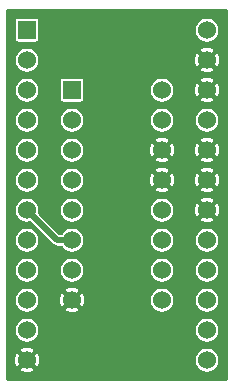
<source format=gbr>
G04 #@! TF.GenerationSoftware,KiCad,Pcbnew,(5.1.5)-3*
G04 #@! TF.CreationDate,2021-01-08T20:22:34-07:00*
G04 #@! TF.ProjectId,ROM_To_2716,524f4d5f-546f-45f3-9237-31362e6b6963,rev?*
G04 #@! TF.SameCoordinates,Original*
G04 #@! TF.FileFunction,Copper,L2,Bot*
G04 #@! TF.FilePolarity,Positive*
%FSLAX46Y46*%
G04 Gerber Fmt 4.6, Leading zero omitted, Abs format (unit mm)*
G04 Created by KiCad (PCBNEW (5.1.5)-3) date 2021-01-08 20:22:34*
%MOMM*%
%LPD*%
G04 APERTURE LIST*
%ADD10R,1.524000X1.524000*%
%ADD11C,1.524000*%
%ADD12C,0.508000*%
%ADD13C,0.254000*%
G04 APERTURE END LIST*
D10*
X20955000Y-21590000D03*
D11*
X20955000Y-24130000D03*
X20955000Y-26670000D03*
X20955000Y-29210000D03*
X20955000Y-31750000D03*
X20955000Y-34290000D03*
X20955000Y-36830000D03*
X20955000Y-39370000D03*
X20955000Y-41910000D03*
X20955000Y-44450000D03*
X20955000Y-46990000D03*
X20955000Y-49530000D03*
X36195000Y-49530000D03*
X36195000Y-46990000D03*
X36195000Y-44450000D03*
X36195000Y-41910000D03*
X36195000Y-39370000D03*
X36195000Y-36830000D03*
X36195000Y-34290000D03*
X36195000Y-31750000D03*
X36195000Y-29210000D03*
X36195000Y-26670000D03*
X36195000Y-24130000D03*
X36195000Y-21590000D03*
X24765000Y-34290000D03*
X24765000Y-31750000D03*
X24765000Y-29210000D03*
D10*
X24765000Y-26670000D03*
D11*
X24765000Y-36830000D03*
X24765000Y-39370000D03*
X24765000Y-41910000D03*
X24765000Y-44450000D03*
X32385000Y-44450000D03*
X32385000Y-41910000D03*
X32385000Y-39370000D03*
X32385000Y-36830000D03*
X32385000Y-34290000D03*
X32385000Y-31750000D03*
X32385000Y-29210000D03*
X32385000Y-26670000D03*
D12*
X20955000Y-36830000D02*
X23495000Y-39370000D01*
X23495000Y-39370000D02*
X24765000Y-39370000D01*
D13*
G36*
X37844730Y-51179730D02*
G01*
X19305270Y-51179730D01*
X19305270Y-50318328D01*
X20256475Y-50318328D01*
X20332316Y-50495083D01*
X20532560Y-50598019D01*
X20749037Y-50659911D01*
X20973429Y-50678382D01*
X21197113Y-50652720D01*
X21411493Y-50583914D01*
X21577684Y-50495083D01*
X21653525Y-50318328D01*
X20955000Y-49619803D01*
X20256475Y-50318328D01*
X19305270Y-50318328D01*
X19305270Y-49548429D01*
X19806618Y-49548429D01*
X19832280Y-49772113D01*
X19901086Y-49986493D01*
X19989917Y-50152684D01*
X20166672Y-50228525D01*
X20865197Y-49530000D01*
X21044803Y-49530000D01*
X21743328Y-50228525D01*
X21920083Y-50152684D01*
X22023019Y-49952440D01*
X22084911Y-49735963D01*
X22103382Y-49511571D01*
X22093192Y-49422743D01*
X35106000Y-49422743D01*
X35106000Y-49637257D01*
X35147850Y-49847650D01*
X35229941Y-50045835D01*
X35349119Y-50224197D01*
X35500803Y-50375881D01*
X35679165Y-50495059D01*
X35877350Y-50577150D01*
X36087743Y-50619000D01*
X36302257Y-50619000D01*
X36512650Y-50577150D01*
X36710835Y-50495059D01*
X36889197Y-50375881D01*
X37040881Y-50224197D01*
X37160059Y-50045835D01*
X37242150Y-49847650D01*
X37284000Y-49637257D01*
X37284000Y-49422743D01*
X37242150Y-49212350D01*
X37160059Y-49014165D01*
X37040881Y-48835803D01*
X36889197Y-48684119D01*
X36710835Y-48564941D01*
X36512650Y-48482850D01*
X36302257Y-48441000D01*
X36087743Y-48441000D01*
X35877350Y-48482850D01*
X35679165Y-48564941D01*
X35500803Y-48684119D01*
X35349119Y-48835803D01*
X35229941Y-49014165D01*
X35147850Y-49212350D01*
X35106000Y-49422743D01*
X22093192Y-49422743D01*
X22077720Y-49287887D01*
X22008914Y-49073507D01*
X21920083Y-48907316D01*
X21743328Y-48831475D01*
X21044803Y-49530000D01*
X20865197Y-49530000D01*
X20166672Y-48831475D01*
X19989917Y-48907316D01*
X19886981Y-49107560D01*
X19825089Y-49324037D01*
X19806618Y-49548429D01*
X19305270Y-49548429D01*
X19305270Y-48741672D01*
X20256475Y-48741672D01*
X20955000Y-49440197D01*
X21653525Y-48741672D01*
X21577684Y-48564917D01*
X21377440Y-48461981D01*
X21160963Y-48400089D01*
X20936571Y-48381618D01*
X20712887Y-48407280D01*
X20498507Y-48476086D01*
X20332316Y-48564917D01*
X20256475Y-48741672D01*
X19305270Y-48741672D01*
X19305270Y-46882743D01*
X19866000Y-46882743D01*
X19866000Y-47097257D01*
X19907850Y-47307650D01*
X19989941Y-47505835D01*
X20109119Y-47684197D01*
X20260803Y-47835881D01*
X20439165Y-47955059D01*
X20637350Y-48037150D01*
X20847743Y-48079000D01*
X21062257Y-48079000D01*
X21272650Y-48037150D01*
X21470835Y-47955059D01*
X21649197Y-47835881D01*
X21800881Y-47684197D01*
X21920059Y-47505835D01*
X22002150Y-47307650D01*
X22044000Y-47097257D01*
X22044000Y-46882743D01*
X35106000Y-46882743D01*
X35106000Y-47097257D01*
X35147850Y-47307650D01*
X35229941Y-47505835D01*
X35349119Y-47684197D01*
X35500803Y-47835881D01*
X35679165Y-47955059D01*
X35877350Y-48037150D01*
X36087743Y-48079000D01*
X36302257Y-48079000D01*
X36512650Y-48037150D01*
X36710835Y-47955059D01*
X36889197Y-47835881D01*
X37040881Y-47684197D01*
X37160059Y-47505835D01*
X37242150Y-47307650D01*
X37284000Y-47097257D01*
X37284000Y-46882743D01*
X37242150Y-46672350D01*
X37160059Y-46474165D01*
X37040881Y-46295803D01*
X36889197Y-46144119D01*
X36710835Y-46024941D01*
X36512650Y-45942850D01*
X36302257Y-45901000D01*
X36087743Y-45901000D01*
X35877350Y-45942850D01*
X35679165Y-46024941D01*
X35500803Y-46144119D01*
X35349119Y-46295803D01*
X35229941Y-46474165D01*
X35147850Y-46672350D01*
X35106000Y-46882743D01*
X22044000Y-46882743D01*
X22002150Y-46672350D01*
X21920059Y-46474165D01*
X21800881Y-46295803D01*
X21649197Y-46144119D01*
X21470835Y-46024941D01*
X21272650Y-45942850D01*
X21062257Y-45901000D01*
X20847743Y-45901000D01*
X20637350Y-45942850D01*
X20439165Y-46024941D01*
X20260803Y-46144119D01*
X20109119Y-46295803D01*
X19989941Y-46474165D01*
X19907850Y-46672350D01*
X19866000Y-46882743D01*
X19305270Y-46882743D01*
X19305270Y-44342743D01*
X19866000Y-44342743D01*
X19866000Y-44557257D01*
X19907850Y-44767650D01*
X19989941Y-44965835D01*
X20109119Y-45144197D01*
X20260803Y-45295881D01*
X20439165Y-45415059D01*
X20637350Y-45497150D01*
X20847743Y-45539000D01*
X21062257Y-45539000D01*
X21272650Y-45497150D01*
X21470835Y-45415059D01*
X21649197Y-45295881D01*
X21706750Y-45238328D01*
X24066475Y-45238328D01*
X24142316Y-45415083D01*
X24342560Y-45518019D01*
X24559037Y-45579911D01*
X24783429Y-45598382D01*
X25007113Y-45572720D01*
X25221493Y-45503914D01*
X25387684Y-45415083D01*
X25463525Y-45238328D01*
X24765000Y-44539803D01*
X24066475Y-45238328D01*
X21706750Y-45238328D01*
X21800881Y-45144197D01*
X21920059Y-44965835D01*
X22002150Y-44767650D01*
X22044000Y-44557257D01*
X22044000Y-44468429D01*
X23616618Y-44468429D01*
X23642280Y-44692113D01*
X23711086Y-44906493D01*
X23799917Y-45072684D01*
X23976672Y-45148525D01*
X24675197Y-44450000D01*
X24854803Y-44450000D01*
X25553328Y-45148525D01*
X25730083Y-45072684D01*
X25833019Y-44872440D01*
X25894911Y-44655963D01*
X25913382Y-44431571D01*
X25903192Y-44342743D01*
X31296000Y-44342743D01*
X31296000Y-44557257D01*
X31337850Y-44767650D01*
X31419941Y-44965835D01*
X31539119Y-45144197D01*
X31690803Y-45295881D01*
X31869165Y-45415059D01*
X32067350Y-45497150D01*
X32277743Y-45539000D01*
X32492257Y-45539000D01*
X32702650Y-45497150D01*
X32900835Y-45415059D01*
X33079197Y-45295881D01*
X33230881Y-45144197D01*
X33350059Y-44965835D01*
X33432150Y-44767650D01*
X33474000Y-44557257D01*
X33474000Y-44342743D01*
X35106000Y-44342743D01*
X35106000Y-44557257D01*
X35147850Y-44767650D01*
X35229941Y-44965835D01*
X35349119Y-45144197D01*
X35500803Y-45295881D01*
X35679165Y-45415059D01*
X35877350Y-45497150D01*
X36087743Y-45539000D01*
X36302257Y-45539000D01*
X36512650Y-45497150D01*
X36710835Y-45415059D01*
X36889197Y-45295881D01*
X37040881Y-45144197D01*
X37160059Y-44965835D01*
X37242150Y-44767650D01*
X37284000Y-44557257D01*
X37284000Y-44342743D01*
X37242150Y-44132350D01*
X37160059Y-43934165D01*
X37040881Y-43755803D01*
X36889197Y-43604119D01*
X36710835Y-43484941D01*
X36512650Y-43402850D01*
X36302257Y-43361000D01*
X36087743Y-43361000D01*
X35877350Y-43402850D01*
X35679165Y-43484941D01*
X35500803Y-43604119D01*
X35349119Y-43755803D01*
X35229941Y-43934165D01*
X35147850Y-44132350D01*
X35106000Y-44342743D01*
X33474000Y-44342743D01*
X33432150Y-44132350D01*
X33350059Y-43934165D01*
X33230881Y-43755803D01*
X33079197Y-43604119D01*
X32900835Y-43484941D01*
X32702650Y-43402850D01*
X32492257Y-43361000D01*
X32277743Y-43361000D01*
X32067350Y-43402850D01*
X31869165Y-43484941D01*
X31690803Y-43604119D01*
X31539119Y-43755803D01*
X31419941Y-43934165D01*
X31337850Y-44132350D01*
X31296000Y-44342743D01*
X25903192Y-44342743D01*
X25887720Y-44207887D01*
X25818914Y-43993507D01*
X25730083Y-43827316D01*
X25553328Y-43751475D01*
X24854803Y-44450000D01*
X24675197Y-44450000D01*
X23976672Y-43751475D01*
X23799917Y-43827316D01*
X23696981Y-44027560D01*
X23635089Y-44244037D01*
X23616618Y-44468429D01*
X22044000Y-44468429D01*
X22044000Y-44342743D01*
X22002150Y-44132350D01*
X21920059Y-43934165D01*
X21800881Y-43755803D01*
X21706750Y-43661672D01*
X24066475Y-43661672D01*
X24765000Y-44360197D01*
X25463525Y-43661672D01*
X25387684Y-43484917D01*
X25187440Y-43381981D01*
X24970963Y-43320089D01*
X24746571Y-43301618D01*
X24522887Y-43327280D01*
X24308507Y-43396086D01*
X24142316Y-43484917D01*
X24066475Y-43661672D01*
X21706750Y-43661672D01*
X21649197Y-43604119D01*
X21470835Y-43484941D01*
X21272650Y-43402850D01*
X21062257Y-43361000D01*
X20847743Y-43361000D01*
X20637350Y-43402850D01*
X20439165Y-43484941D01*
X20260803Y-43604119D01*
X20109119Y-43755803D01*
X19989941Y-43934165D01*
X19907850Y-44132350D01*
X19866000Y-44342743D01*
X19305270Y-44342743D01*
X19305270Y-41802743D01*
X19866000Y-41802743D01*
X19866000Y-42017257D01*
X19907850Y-42227650D01*
X19989941Y-42425835D01*
X20109119Y-42604197D01*
X20260803Y-42755881D01*
X20439165Y-42875059D01*
X20637350Y-42957150D01*
X20847743Y-42999000D01*
X21062257Y-42999000D01*
X21272650Y-42957150D01*
X21470835Y-42875059D01*
X21649197Y-42755881D01*
X21800881Y-42604197D01*
X21920059Y-42425835D01*
X22002150Y-42227650D01*
X22044000Y-42017257D01*
X22044000Y-41802743D01*
X23676000Y-41802743D01*
X23676000Y-42017257D01*
X23717850Y-42227650D01*
X23799941Y-42425835D01*
X23919119Y-42604197D01*
X24070803Y-42755881D01*
X24249165Y-42875059D01*
X24447350Y-42957150D01*
X24657743Y-42999000D01*
X24872257Y-42999000D01*
X25082650Y-42957150D01*
X25280835Y-42875059D01*
X25459197Y-42755881D01*
X25610881Y-42604197D01*
X25730059Y-42425835D01*
X25812150Y-42227650D01*
X25854000Y-42017257D01*
X25854000Y-41802743D01*
X31296000Y-41802743D01*
X31296000Y-42017257D01*
X31337850Y-42227650D01*
X31419941Y-42425835D01*
X31539119Y-42604197D01*
X31690803Y-42755881D01*
X31869165Y-42875059D01*
X32067350Y-42957150D01*
X32277743Y-42999000D01*
X32492257Y-42999000D01*
X32702650Y-42957150D01*
X32900835Y-42875059D01*
X33079197Y-42755881D01*
X33230881Y-42604197D01*
X33350059Y-42425835D01*
X33432150Y-42227650D01*
X33474000Y-42017257D01*
X33474000Y-41802743D01*
X35106000Y-41802743D01*
X35106000Y-42017257D01*
X35147850Y-42227650D01*
X35229941Y-42425835D01*
X35349119Y-42604197D01*
X35500803Y-42755881D01*
X35679165Y-42875059D01*
X35877350Y-42957150D01*
X36087743Y-42999000D01*
X36302257Y-42999000D01*
X36512650Y-42957150D01*
X36710835Y-42875059D01*
X36889197Y-42755881D01*
X37040881Y-42604197D01*
X37160059Y-42425835D01*
X37242150Y-42227650D01*
X37284000Y-42017257D01*
X37284000Y-41802743D01*
X37242150Y-41592350D01*
X37160059Y-41394165D01*
X37040881Y-41215803D01*
X36889197Y-41064119D01*
X36710835Y-40944941D01*
X36512650Y-40862850D01*
X36302257Y-40821000D01*
X36087743Y-40821000D01*
X35877350Y-40862850D01*
X35679165Y-40944941D01*
X35500803Y-41064119D01*
X35349119Y-41215803D01*
X35229941Y-41394165D01*
X35147850Y-41592350D01*
X35106000Y-41802743D01*
X33474000Y-41802743D01*
X33432150Y-41592350D01*
X33350059Y-41394165D01*
X33230881Y-41215803D01*
X33079197Y-41064119D01*
X32900835Y-40944941D01*
X32702650Y-40862850D01*
X32492257Y-40821000D01*
X32277743Y-40821000D01*
X32067350Y-40862850D01*
X31869165Y-40944941D01*
X31690803Y-41064119D01*
X31539119Y-41215803D01*
X31419941Y-41394165D01*
X31337850Y-41592350D01*
X31296000Y-41802743D01*
X25854000Y-41802743D01*
X25812150Y-41592350D01*
X25730059Y-41394165D01*
X25610881Y-41215803D01*
X25459197Y-41064119D01*
X25280835Y-40944941D01*
X25082650Y-40862850D01*
X24872257Y-40821000D01*
X24657743Y-40821000D01*
X24447350Y-40862850D01*
X24249165Y-40944941D01*
X24070803Y-41064119D01*
X23919119Y-41215803D01*
X23799941Y-41394165D01*
X23717850Y-41592350D01*
X23676000Y-41802743D01*
X22044000Y-41802743D01*
X22002150Y-41592350D01*
X21920059Y-41394165D01*
X21800881Y-41215803D01*
X21649197Y-41064119D01*
X21470835Y-40944941D01*
X21272650Y-40862850D01*
X21062257Y-40821000D01*
X20847743Y-40821000D01*
X20637350Y-40862850D01*
X20439165Y-40944941D01*
X20260803Y-41064119D01*
X20109119Y-41215803D01*
X19989941Y-41394165D01*
X19907850Y-41592350D01*
X19866000Y-41802743D01*
X19305270Y-41802743D01*
X19305270Y-39262743D01*
X19866000Y-39262743D01*
X19866000Y-39477257D01*
X19907850Y-39687650D01*
X19989941Y-39885835D01*
X20109119Y-40064197D01*
X20260803Y-40215881D01*
X20439165Y-40335059D01*
X20637350Y-40417150D01*
X20847743Y-40459000D01*
X21062257Y-40459000D01*
X21272650Y-40417150D01*
X21470835Y-40335059D01*
X21649197Y-40215881D01*
X21800881Y-40064197D01*
X21920059Y-39885835D01*
X22002150Y-39687650D01*
X22044000Y-39477257D01*
X22044000Y-39262743D01*
X22002150Y-39052350D01*
X21920059Y-38854165D01*
X21800881Y-38675803D01*
X21649197Y-38524119D01*
X21470835Y-38404941D01*
X21272650Y-38322850D01*
X21062257Y-38281000D01*
X20847743Y-38281000D01*
X20637350Y-38322850D01*
X20439165Y-38404941D01*
X20260803Y-38524119D01*
X20109119Y-38675803D01*
X19989941Y-38854165D01*
X19907850Y-39052350D01*
X19866000Y-39262743D01*
X19305270Y-39262743D01*
X19305270Y-36722743D01*
X19866000Y-36722743D01*
X19866000Y-36937257D01*
X19907850Y-37147650D01*
X19989941Y-37345835D01*
X20109119Y-37524197D01*
X20260803Y-37675881D01*
X20439165Y-37795059D01*
X20637350Y-37877150D01*
X20847743Y-37919000D01*
X21062257Y-37919000D01*
X21195783Y-37892440D01*
X23063987Y-39760645D01*
X23082183Y-39782817D01*
X23170652Y-39855421D01*
X23271585Y-39909371D01*
X23381104Y-39942593D01*
X23466460Y-39951000D01*
X23466462Y-39951000D01*
X23494999Y-39953811D01*
X23523536Y-39951000D01*
X23843483Y-39951000D01*
X23919119Y-40064197D01*
X24070803Y-40215881D01*
X24249165Y-40335059D01*
X24447350Y-40417150D01*
X24657743Y-40459000D01*
X24872257Y-40459000D01*
X25082650Y-40417150D01*
X25280835Y-40335059D01*
X25459197Y-40215881D01*
X25610881Y-40064197D01*
X25730059Y-39885835D01*
X25812150Y-39687650D01*
X25854000Y-39477257D01*
X25854000Y-39262743D01*
X31296000Y-39262743D01*
X31296000Y-39477257D01*
X31337850Y-39687650D01*
X31419941Y-39885835D01*
X31539119Y-40064197D01*
X31690803Y-40215881D01*
X31869165Y-40335059D01*
X32067350Y-40417150D01*
X32277743Y-40459000D01*
X32492257Y-40459000D01*
X32702650Y-40417150D01*
X32900835Y-40335059D01*
X33079197Y-40215881D01*
X33230881Y-40064197D01*
X33350059Y-39885835D01*
X33432150Y-39687650D01*
X33474000Y-39477257D01*
X33474000Y-39262743D01*
X35106000Y-39262743D01*
X35106000Y-39477257D01*
X35147850Y-39687650D01*
X35229941Y-39885835D01*
X35349119Y-40064197D01*
X35500803Y-40215881D01*
X35679165Y-40335059D01*
X35877350Y-40417150D01*
X36087743Y-40459000D01*
X36302257Y-40459000D01*
X36512650Y-40417150D01*
X36710835Y-40335059D01*
X36889197Y-40215881D01*
X37040881Y-40064197D01*
X37160059Y-39885835D01*
X37242150Y-39687650D01*
X37284000Y-39477257D01*
X37284000Y-39262743D01*
X37242150Y-39052350D01*
X37160059Y-38854165D01*
X37040881Y-38675803D01*
X36889197Y-38524119D01*
X36710835Y-38404941D01*
X36512650Y-38322850D01*
X36302257Y-38281000D01*
X36087743Y-38281000D01*
X35877350Y-38322850D01*
X35679165Y-38404941D01*
X35500803Y-38524119D01*
X35349119Y-38675803D01*
X35229941Y-38854165D01*
X35147850Y-39052350D01*
X35106000Y-39262743D01*
X33474000Y-39262743D01*
X33432150Y-39052350D01*
X33350059Y-38854165D01*
X33230881Y-38675803D01*
X33079197Y-38524119D01*
X32900835Y-38404941D01*
X32702650Y-38322850D01*
X32492257Y-38281000D01*
X32277743Y-38281000D01*
X32067350Y-38322850D01*
X31869165Y-38404941D01*
X31690803Y-38524119D01*
X31539119Y-38675803D01*
X31419941Y-38854165D01*
X31337850Y-39052350D01*
X31296000Y-39262743D01*
X25854000Y-39262743D01*
X25812150Y-39052350D01*
X25730059Y-38854165D01*
X25610881Y-38675803D01*
X25459197Y-38524119D01*
X25280835Y-38404941D01*
X25082650Y-38322850D01*
X24872257Y-38281000D01*
X24657743Y-38281000D01*
X24447350Y-38322850D01*
X24249165Y-38404941D01*
X24070803Y-38524119D01*
X23919119Y-38675803D01*
X23843483Y-38789000D01*
X23735658Y-38789000D01*
X22017440Y-37070783D01*
X22044000Y-36937257D01*
X22044000Y-36722743D01*
X23676000Y-36722743D01*
X23676000Y-36937257D01*
X23717850Y-37147650D01*
X23799941Y-37345835D01*
X23919119Y-37524197D01*
X24070803Y-37675881D01*
X24249165Y-37795059D01*
X24447350Y-37877150D01*
X24657743Y-37919000D01*
X24872257Y-37919000D01*
X25082650Y-37877150D01*
X25280835Y-37795059D01*
X25459197Y-37675881D01*
X25610881Y-37524197D01*
X25730059Y-37345835D01*
X25812150Y-37147650D01*
X25854000Y-36937257D01*
X25854000Y-36722743D01*
X31296000Y-36722743D01*
X31296000Y-36937257D01*
X31337850Y-37147650D01*
X31419941Y-37345835D01*
X31539119Y-37524197D01*
X31690803Y-37675881D01*
X31869165Y-37795059D01*
X32067350Y-37877150D01*
X32277743Y-37919000D01*
X32492257Y-37919000D01*
X32702650Y-37877150D01*
X32900835Y-37795059D01*
X33079197Y-37675881D01*
X33136750Y-37618328D01*
X35496475Y-37618328D01*
X35572316Y-37795083D01*
X35772560Y-37898019D01*
X35989037Y-37959911D01*
X36213429Y-37978382D01*
X36437113Y-37952720D01*
X36651493Y-37883914D01*
X36817684Y-37795083D01*
X36893525Y-37618328D01*
X36195000Y-36919803D01*
X35496475Y-37618328D01*
X33136750Y-37618328D01*
X33230881Y-37524197D01*
X33350059Y-37345835D01*
X33432150Y-37147650D01*
X33474000Y-36937257D01*
X33474000Y-36848429D01*
X35046618Y-36848429D01*
X35072280Y-37072113D01*
X35141086Y-37286493D01*
X35229917Y-37452684D01*
X35406672Y-37528525D01*
X36105197Y-36830000D01*
X36284803Y-36830000D01*
X36983328Y-37528525D01*
X37160083Y-37452684D01*
X37263019Y-37252440D01*
X37324911Y-37035963D01*
X37343382Y-36811571D01*
X37317720Y-36587887D01*
X37248914Y-36373507D01*
X37160083Y-36207316D01*
X36983328Y-36131475D01*
X36284803Y-36830000D01*
X36105197Y-36830000D01*
X35406672Y-36131475D01*
X35229917Y-36207316D01*
X35126981Y-36407560D01*
X35065089Y-36624037D01*
X35046618Y-36848429D01*
X33474000Y-36848429D01*
X33474000Y-36722743D01*
X33432150Y-36512350D01*
X33350059Y-36314165D01*
X33230881Y-36135803D01*
X33136750Y-36041672D01*
X35496475Y-36041672D01*
X36195000Y-36740197D01*
X36893525Y-36041672D01*
X36817684Y-35864917D01*
X36617440Y-35761981D01*
X36400963Y-35700089D01*
X36176571Y-35681618D01*
X35952887Y-35707280D01*
X35738507Y-35776086D01*
X35572316Y-35864917D01*
X35496475Y-36041672D01*
X33136750Y-36041672D01*
X33079197Y-35984119D01*
X32900835Y-35864941D01*
X32702650Y-35782850D01*
X32492257Y-35741000D01*
X32277743Y-35741000D01*
X32067350Y-35782850D01*
X31869165Y-35864941D01*
X31690803Y-35984119D01*
X31539119Y-36135803D01*
X31419941Y-36314165D01*
X31337850Y-36512350D01*
X31296000Y-36722743D01*
X25854000Y-36722743D01*
X25812150Y-36512350D01*
X25730059Y-36314165D01*
X25610881Y-36135803D01*
X25459197Y-35984119D01*
X25280835Y-35864941D01*
X25082650Y-35782850D01*
X24872257Y-35741000D01*
X24657743Y-35741000D01*
X24447350Y-35782850D01*
X24249165Y-35864941D01*
X24070803Y-35984119D01*
X23919119Y-36135803D01*
X23799941Y-36314165D01*
X23717850Y-36512350D01*
X23676000Y-36722743D01*
X22044000Y-36722743D01*
X22002150Y-36512350D01*
X21920059Y-36314165D01*
X21800881Y-36135803D01*
X21649197Y-35984119D01*
X21470835Y-35864941D01*
X21272650Y-35782850D01*
X21062257Y-35741000D01*
X20847743Y-35741000D01*
X20637350Y-35782850D01*
X20439165Y-35864941D01*
X20260803Y-35984119D01*
X20109119Y-36135803D01*
X19989941Y-36314165D01*
X19907850Y-36512350D01*
X19866000Y-36722743D01*
X19305270Y-36722743D01*
X19305270Y-34182743D01*
X19866000Y-34182743D01*
X19866000Y-34397257D01*
X19907850Y-34607650D01*
X19989941Y-34805835D01*
X20109119Y-34984197D01*
X20260803Y-35135881D01*
X20439165Y-35255059D01*
X20637350Y-35337150D01*
X20847743Y-35379000D01*
X21062257Y-35379000D01*
X21272650Y-35337150D01*
X21470835Y-35255059D01*
X21649197Y-35135881D01*
X21800881Y-34984197D01*
X21920059Y-34805835D01*
X22002150Y-34607650D01*
X22044000Y-34397257D01*
X22044000Y-34182743D01*
X23676000Y-34182743D01*
X23676000Y-34397257D01*
X23717850Y-34607650D01*
X23799941Y-34805835D01*
X23919119Y-34984197D01*
X24070803Y-35135881D01*
X24249165Y-35255059D01*
X24447350Y-35337150D01*
X24657743Y-35379000D01*
X24872257Y-35379000D01*
X25082650Y-35337150D01*
X25280835Y-35255059D01*
X25459197Y-35135881D01*
X25516750Y-35078328D01*
X31686475Y-35078328D01*
X31762316Y-35255083D01*
X31962560Y-35358019D01*
X32179037Y-35419911D01*
X32403429Y-35438382D01*
X32627113Y-35412720D01*
X32841493Y-35343914D01*
X33007684Y-35255083D01*
X33083525Y-35078328D01*
X35496475Y-35078328D01*
X35572316Y-35255083D01*
X35772560Y-35358019D01*
X35989037Y-35419911D01*
X36213429Y-35438382D01*
X36437113Y-35412720D01*
X36651493Y-35343914D01*
X36817684Y-35255083D01*
X36893525Y-35078328D01*
X36195000Y-34379803D01*
X35496475Y-35078328D01*
X33083525Y-35078328D01*
X32385000Y-34379803D01*
X31686475Y-35078328D01*
X25516750Y-35078328D01*
X25610881Y-34984197D01*
X25730059Y-34805835D01*
X25812150Y-34607650D01*
X25854000Y-34397257D01*
X25854000Y-34308429D01*
X31236618Y-34308429D01*
X31262280Y-34532113D01*
X31331086Y-34746493D01*
X31419917Y-34912684D01*
X31596672Y-34988525D01*
X32295197Y-34290000D01*
X32474803Y-34290000D01*
X33173328Y-34988525D01*
X33350083Y-34912684D01*
X33453019Y-34712440D01*
X33514911Y-34495963D01*
X33530348Y-34308429D01*
X35046618Y-34308429D01*
X35072280Y-34532113D01*
X35141086Y-34746493D01*
X35229917Y-34912684D01*
X35406672Y-34988525D01*
X36105197Y-34290000D01*
X36284803Y-34290000D01*
X36983328Y-34988525D01*
X37160083Y-34912684D01*
X37263019Y-34712440D01*
X37324911Y-34495963D01*
X37343382Y-34271571D01*
X37317720Y-34047887D01*
X37248914Y-33833507D01*
X37160083Y-33667316D01*
X36983328Y-33591475D01*
X36284803Y-34290000D01*
X36105197Y-34290000D01*
X35406672Y-33591475D01*
X35229917Y-33667316D01*
X35126981Y-33867560D01*
X35065089Y-34084037D01*
X35046618Y-34308429D01*
X33530348Y-34308429D01*
X33533382Y-34271571D01*
X33507720Y-34047887D01*
X33438914Y-33833507D01*
X33350083Y-33667316D01*
X33173328Y-33591475D01*
X32474803Y-34290000D01*
X32295197Y-34290000D01*
X31596672Y-33591475D01*
X31419917Y-33667316D01*
X31316981Y-33867560D01*
X31255089Y-34084037D01*
X31236618Y-34308429D01*
X25854000Y-34308429D01*
X25854000Y-34182743D01*
X25812150Y-33972350D01*
X25730059Y-33774165D01*
X25610881Y-33595803D01*
X25516750Y-33501672D01*
X31686475Y-33501672D01*
X32385000Y-34200197D01*
X33083525Y-33501672D01*
X35496475Y-33501672D01*
X36195000Y-34200197D01*
X36893525Y-33501672D01*
X36817684Y-33324917D01*
X36617440Y-33221981D01*
X36400963Y-33160089D01*
X36176571Y-33141618D01*
X35952887Y-33167280D01*
X35738507Y-33236086D01*
X35572316Y-33324917D01*
X35496475Y-33501672D01*
X33083525Y-33501672D01*
X33007684Y-33324917D01*
X32807440Y-33221981D01*
X32590963Y-33160089D01*
X32366571Y-33141618D01*
X32142887Y-33167280D01*
X31928507Y-33236086D01*
X31762316Y-33324917D01*
X31686475Y-33501672D01*
X25516750Y-33501672D01*
X25459197Y-33444119D01*
X25280835Y-33324941D01*
X25082650Y-33242850D01*
X24872257Y-33201000D01*
X24657743Y-33201000D01*
X24447350Y-33242850D01*
X24249165Y-33324941D01*
X24070803Y-33444119D01*
X23919119Y-33595803D01*
X23799941Y-33774165D01*
X23717850Y-33972350D01*
X23676000Y-34182743D01*
X22044000Y-34182743D01*
X22002150Y-33972350D01*
X21920059Y-33774165D01*
X21800881Y-33595803D01*
X21649197Y-33444119D01*
X21470835Y-33324941D01*
X21272650Y-33242850D01*
X21062257Y-33201000D01*
X20847743Y-33201000D01*
X20637350Y-33242850D01*
X20439165Y-33324941D01*
X20260803Y-33444119D01*
X20109119Y-33595803D01*
X19989941Y-33774165D01*
X19907850Y-33972350D01*
X19866000Y-34182743D01*
X19305270Y-34182743D01*
X19305270Y-31642743D01*
X19866000Y-31642743D01*
X19866000Y-31857257D01*
X19907850Y-32067650D01*
X19989941Y-32265835D01*
X20109119Y-32444197D01*
X20260803Y-32595881D01*
X20439165Y-32715059D01*
X20637350Y-32797150D01*
X20847743Y-32839000D01*
X21062257Y-32839000D01*
X21272650Y-32797150D01*
X21470835Y-32715059D01*
X21649197Y-32595881D01*
X21800881Y-32444197D01*
X21920059Y-32265835D01*
X22002150Y-32067650D01*
X22044000Y-31857257D01*
X22044000Y-31642743D01*
X23676000Y-31642743D01*
X23676000Y-31857257D01*
X23717850Y-32067650D01*
X23799941Y-32265835D01*
X23919119Y-32444197D01*
X24070803Y-32595881D01*
X24249165Y-32715059D01*
X24447350Y-32797150D01*
X24657743Y-32839000D01*
X24872257Y-32839000D01*
X25082650Y-32797150D01*
X25280835Y-32715059D01*
X25459197Y-32595881D01*
X25516750Y-32538328D01*
X31686475Y-32538328D01*
X31762316Y-32715083D01*
X31962560Y-32818019D01*
X32179037Y-32879911D01*
X32403429Y-32898382D01*
X32627113Y-32872720D01*
X32841493Y-32803914D01*
X33007684Y-32715083D01*
X33083525Y-32538328D01*
X35496475Y-32538328D01*
X35572316Y-32715083D01*
X35772560Y-32818019D01*
X35989037Y-32879911D01*
X36213429Y-32898382D01*
X36437113Y-32872720D01*
X36651493Y-32803914D01*
X36817684Y-32715083D01*
X36893525Y-32538328D01*
X36195000Y-31839803D01*
X35496475Y-32538328D01*
X33083525Y-32538328D01*
X32385000Y-31839803D01*
X31686475Y-32538328D01*
X25516750Y-32538328D01*
X25610881Y-32444197D01*
X25730059Y-32265835D01*
X25812150Y-32067650D01*
X25854000Y-31857257D01*
X25854000Y-31768429D01*
X31236618Y-31768429D01*
X31262280Y-31992113D01*
X31331086Y-32206493D01*
X31419917Y-32372684D01*
X31596672Y-32448525D01*
X32295197Y-31750000D01*
X32474803Y-31750000D01*
X33173328Y-32448525D01*
X33350083Y-32372684D01*
X33453019Y-32172440D01*
X33514911Y-31955963D01*
X33530348Y-31768429D01*
X35046618Y-31768429D01*
X35072280Y-31992113D01*
X35141086Y-32206493D01*
X35229917Y-32372684D01*
X35406672Y-32448525D01*
X36105197Y-31750000D01*
X36284803Y-31750000D01*
X36983328Y-32448525D01*
X37160083Y-32372684D01*
X37263019Y-32172440D01*
X37324911Y-31955963D01*
X37343382Y-31731571D01*
X37317720Y-31507887D01*
X37248914Y-31293507D01*
X37160083Y-31127316D01*
X36983328Y-31051475D01*
X36284803Y-31750000D01*
X36105197Y-31750000D01*
X35406672Y-31051475D01*
X35229917Y-31127316D01*
X35126981Y-31327560D01*
X35065089Y-31544037D01*
X35046618Y-31768429D01*
X33530348Y-31768429D01*
X33533382Y-31731571D01*
X33507720Y-31507887D01*
X33438914Y-31293507D01*
X33350083Y-31127316D01*
X33173328Y-31051475D01*
X32474803Y-31750000D01*
X32295197Y-31750000D01*
X31596672Y-31051475D01*
X31419917Y-31127316D01*
X31316981Y-31327560D01*
X31255089Y-31544037D01*
X31236618Y-31768429D01*
X25854000Y-31768429D01*
X25854000Y-31642743D01*
X25812150Y-31432350D01*
X25730059Y-31234165D01*
X25610881Y-31055803D01*
X25516750Y-30961672D01*
X31686475Y-30961672D01*
X32385000Y-31660197D01*
X33083525Y-30961672D01*
X35496475Y-30961672D01*
X36195000Y-31660197D01*
X36893525Y-30961672D01*
X36817684Y-30784917D01*
X36617440Y-30681981D01*
X36400963Y-30620089D01*
X36176571Y-30601618D01*
X35952887Y-30627280D01*
X35738507Y-30696086D01*
X35572316Y-30784917D01*
X35496475Y-30961672D01*
X33083525Y-30961672D01*
X33007684Y-30784917D01*
X32807440Y-30681981D01*
X32590963Y-30620089D01*
X32366571Y-30601618D01*
X32142887Y-30627280D01*
X31928507Y-30696086D01*
X31762316Y-30784917D01*
X31686475Y-30961672D01*
X25516750Y-30961672D01*
X25459197Y-30904119D01*
X25280835Y-30784941D01*
X25082650Y-30702850D01*
X24872257Y-30661000D01*
X24657743Y-30661000D01*
X24447350Y-30702850D01*
X24249165Y-30784941D01*
X24070803Y-30904119D01*
X23919119Y-31055803D01*
X23799941Y-31234165D01*
X23717850Y-31432350D01*
X23676000Y-31642743D01*
X22044000Y-31642743D01*
X22002150Y-31432350D01*
X21920059Y-31234165D01*
X21800881Y-31055803D01*
X21649197Y-30904119D01*
X21470835Y-30784941D01*
X21272650Y-30702850D01*
X21062257Y-30661000D01*
X20847743Y-30661000D01*
X20637350Y-30702850D01*
X20439165Y-30784941D01*
X20260803Y-30904119D01*
X20109119Y-31055803D01*
X19989941Y-31234165D01*
X19907850Y-31432350D01*
X19866000Y-31642743D01*
X19305270Y-31642743D01*
X19305270Y-29102743D01*
X19866000Y-29102743D01*
X19866000Y-29317257D01*
X19907850Y-29527650D01*
X19989941Y-29725835D01*
X20109119Y-29904197D01*
X20260803Y-30055881D01*
X20439165Y-30175059D01*
X20637350Y-30257150D01*
X20847743Y-30299000D01*
X21062257Y-30299000D01*
X21272650Y-30257150D01*
X21470835Y-30175059D01*
X21649197Y-30055881D01*
X21800881Y-29904197D01*
X21920059Y-29725835D01*
X22002150Y-29527650D01*
X22044000Y-29317257D01*
X22044000Y-29102743D01*
X23676000Y-29102743D01*
X23676000Y-29317257D01*
X23717850Y-29527650D01*
X23799941Y-29725835D01*
X23919119Y-29904197D01*
X24070803Y-30055881D01*
X24249165Y-30175059D01*
X24447350Y-30257150D01*
X24657743Y-30299000D01*
X24872257Y-30299000D01*
X25082650Y-30257150D01*
X25280835Y-30175059D01*
X25459197Y-30055881D01*
X25610881Y-29904197D01*
X25730059Y-29725835D01*
X25812150Y-29527650D01*
X25854000Y-29317257D01*
X25854000Y-29102743D01*
X31296000Y-29102743D01*
X31296000Y-29317257D01*
X31337850Y-29527650D01*
X31419941Y-29725835D01*
X31539119Y-29904197D01*
X31690803Y-30055881D01*
X31869165Y-30175059D01*
X32067350Y-30257150D01*
X32277743Y-30299000D01*
X32492257Y-30299000D01*
X32702650Y-30257150D01*
X32900835Y-30175059D01*
X33079197Y-30055881D01*
X33230881Y-29904197D01*
X33350059Y-29725835D01*
X33432150Y-29527650D01*
X33474000Y-29317257D01*
X33474000Y-29102743D01*
X35106000Y-29102743D01*
X35106000Y-29317257D01*
X35147850Y-29527650D01*
X35229941Y-29725835D01*
X35349119Y-29904197D01*
X35500803Y-30055881D01*
X35679165Y-30175059D01*
X35877350Y-30257150D01*
X36087743Y-30299000D01*
X36302257Y-30299000D01*
X36512650Y-30257150D01*
X36710835Y-30175059D01*
X36889197Y-30055881D01*
X37040881Y-29904197D01*
X37160059Y-29725835D01*
X37242150Y-29527650D01*
X37284000Y-29317257D01*
X37284000Y-29102743D01*
X37242150Y-28892350D01*
X37160059Y-28694165D01*
X37040881Y-28515803D01*
X36889197Y-28364119D01*
X36710835Y-28244941D01*
X36512650Y-28162850D01*
X36302257Y-28121000D01*
X36087743Y-28121000D01*
X35877350Y-28162850D01*
X35679165Y-28244941D01*
X35500803Y-28364119D01*
X35349119Y-28515803D01*
X35229941Y-28694165D01*
X35147850Y-28892350D01*
X35106000Y-29102743D01*
X33474000Y-29102743D01*
X33432150Y-28892350D01*
X33350059Y-28694165D01*
X33230881Y-28515803D01*
X33079197Y-28364119D01*
X32900835Y-28244941D01*
X32702650Y-28162850D01*
X32492257Y-28121000D01*
X32277743Y-28121000D01*
X32067350Y-28162850D01*
X31869165Y-28244941D01*
X31690803Y-28364119D01*
X31539119Y-28515803D01*
X31419941Y-28694165D01*
X31337850Y-28892350D01*
X31296000Y-29102743D01*
X25854000Y-29102743D01*
X25812150Y-28892350D01*
X25730059Y-28694165D01*
X25610881Y-28515803D01*
X25459197Y-28364119D01*
X25280835Y-28244941D01*
X25082650Y-28162850D01*
X24872257Y-28121000D01*
X24657743Y-28121000D01*
X24447350Y-28162850D01*
X24249165Y-28244941D01*
X24070803Y-28364119D01*
X23919119Y-28515803D01*
X23799941Y-28694165D01*
X23717850Y-28892350D01*
X23676000Y-29102743D01*
X22044000Y-29102743D01*
X22002150Y-28892350D01*
X21920059Y-28694165D01*
X21800881Y-28515803D01*
X21649197Y-28364119D01*
X21470835Y-28244941D01*
X21272650Y-28162850D01*
X21062257Y-28121000D01*
X20847743Y-28121000D01*
X20637350Y-28162850D01*
X20439165Y-28244941D01*
X20260803Y-28364119D01*
X20109119Y-28515803D01*
X19989941Y-28694165D01*
X19907850Y-28892350D01*
X19866000Y-29102743D01*
X19305270Y-29102743D01*
X19305270Y-26562743D01*
X19866000Y-26562743D01*
X19866000Y-26777257D01*
X19907850Y-26987650D01*
X19989941Y-27185835D01*
X20109119Y-27364197D01*
X20260803Y-27515881D01*
X20439165Y-27635059D01*
X20637350Y-27717150D01*
X20847743Y-27759000D01*
X21062257Y-27759000D01*
X21272650Y-27717150D01*
X21470835Y-27635059D01*
X21649197Y-27515881D01*
X21800881Y-27364197D01*
X21920059Y-27185835D01*
X22002150Y-26987650D01*
X22044000Y-26777257D01*
X22044000Y-26562743D01*
X22002150Y-26352350D01*
X21920059Y-26154165D01*
X21800881Y-25975803D01*
X21733078Y-25908000D01*
X23674418Y-25908000D01*
X23674418Y-27432000D01*
X23680732Y-27496103D01*
X23699430Y-27557743D01*
X23729794Y-27614550D01*
X23770657Y-27664343D01*
X23820450Y-27705206D01*
X23877257Y-27735570D01*
X23938897Y-27754268D01*
X24003000Y-27760582D01*
X25527000Y-27760582D01*
X25591103Y-27754268D01*
X25652743Y-27735570D01*
X25709550Y-27705206D01*
X25759343Y-27664343D01*
X25800206Y-27614550D01*
X25830570Y-27557743D01*
X25849268Y-27496103D01*
X25855582Y-27432000D01*
X25855582Y-26562743D01*
X31296000Y-26562743D01*
X31296000Y-26777257D01*
X31337850Y-26987650D01*
X31419941Y-27185835D01*
X31539119Y-27364197D01*
X31690803Y-27515881D01*
X31869165Y-27635059D01*
X32067350Y-27717150D01*
X32277743Y-27759000D01*
X32492257Y-27759000D01*
X32702650Y-27717150D01*
X32900835Y-27635059D01*
X33079197Y-27515881D01*
X33136750Y-27458328D01*
X35496475Y-27458328D01*
X35572316Y-27635083D01*
X35772560Y-27738019D01*
X35989037Y-27799911D01*
X36213429Y-27818382D01*
X36437113Y-27792720D01*
X36651493Y-27723914D01*
X36817684Y-27635083D01*
X36893525Y-27458328D01*
X36195000Y-26759803D01*
X35496475Y-27458328D01*
X33136750Y-27458328D01*
X33230881Y-27364197D01*
X33350059Y-27185835D01*
X33432150Y-26987650D01*
X33474000Y-26777257D01*
X33474000Y-26688429D01*
X35046618Y-26688429D01*
X35072280Y-26912113D01*
X35141086Y-27126493D01*
X35229917Y-27292684D01*
X35406672Y-27368525D01*
X36105197Y-26670000D01*
X36284803Y-26670000D01*
X36983328Y-27368525D01*
X37160083Y-27292684D01*
X37263019Y-27092440D01*
X37324911Y-26875963D01*
X37343382Y-26651571D01*
X37317720Y-26427887D01*
X37248914Y-26213507D01*
X37160083Y-26047316D01*
X36983328Y-25971475D01*
X36284803Y-26670000D01*
X36105197Y-26670000D01*
X35406672Y-25971475D01*
X35229917Y-26047316D01*
X35126981Y-26247560D01*
X35065089Y-26464037D01*
X35046618Y-26688429D01*
X33474000Y-26688429D01*
X33474000Y-26562743D01*
X33432150Y-26352350D01*
X33350059Y-26154165D01*
X33230881Y-25975803D01*
X33136750Y-25881672D01*
X35496475Y-25881672D01*
X36195000Y-26580197D01*
X36893525Y-25881672D01*
X36817684Y-25704917D01*
X36617440Y-25601981D01*
X36400963Y-25540089D01*
X36176571Y-25521618D01*
X35952887Y-25547280D01*
X35738507Y-25616086D01*
X35572316Y-25704917D01*
X35496475Y-25881672D01*
X33136750Y-25881672D01*
X33079197Y-25824119D01*
X32900835Y-25704941D01*
X32702650Y-25622850D01*
X32492257Y-25581000D01*
X32277743Y-25581000D01*
X32067350Y-25622850D01*
X31869165Y-25704941D01*
X31690803Y-25824119D01*
X31539119Y-25975803D01*
X31419941Y-26154165D01*
X31337850Y-26352350D01*
X31296000Y-26562743D01*
X25855582Y-26562743D01*
X25855582Y-25908000D01*
X25849268Y-25843897D01*
X25830570Y-25782257D01*
X25800206Y-25725450D01*
X25759343Y-25675657D01*
X25709550Y-25634794D01*
X25652743Y-25604430D01*
X25591103Y-25585732D01*
X25527000Y-25579418D01*
X24003000Y-25579418D01*
X23938897Y-25585732D01*
X23877257Y-25604430D01*
X23820450Y-25634794D01*
X23770657Y-25675657D01*
X23729794Y-25725450D01*
X23699430Y-25782257D01*
X23680732Y-25843897D01*
X23674418Y-25908000D01*
X21733078Y-25908000D01*
X21649197Y-25824119D01*
X21470835Y-25704941D01*
X21272650Y-25622850D01*
X21062257Y-25581000D01*
X20847743Y-25581000D01*
X20637350Y-25622850D01*
X20439165Y-25704941D01*
X20260803Y-25824119D01*
X20109119Y-25975803D01*
X19989941Y-26154165D01*
X19907850Y-26352350D01*
X19866000Y-26562743D01*
X19305270Y-26562743D01*
X19305270Y-24022743D01*
X19866000Y-24022743D01*
X19866000Y-24237257D01*
X19907850Y-24447650D01*
X19989941Y-24645835D01*
X20109119Y-24824197D01*
X20260803Y-24975881D01*
X20439165Y-25095059D01*
X20637350Y-25177150D01*
X20847743Y-25219000D01*
X21062257Y-25219000D01*
X21272650Y-25177150D01*
X21470835Y-25095059D01*
X21649197Y-24975881D01*
X21706750Y-24918328D01*
X35496475Y-24918328D01*
X35572316Y-25095083D01*
X35772560Y-25198019D01*
X35989037Y-25259911D01*
X36213429Y-25278382D01*
X36437113Y-25252720D01*
X36651493Y-25183914D01*
X36817684Y-25095083D01*
X36893525Y-24918328D01*
X36195000Y-24219803D01*
X35496475Y-24918328D01*
X21706750Y-24918328D01*
X21800881Y-24824197D01*
X21920059Y-24645835D01*
X22002150Y-24447650D01*
X22044000Y-24237257D01*
X22044000Y-24148429D01*
X35046618Y-24148429D01*
X35072280Y-24372113D01*
X35141086Y-24586493D01*
X35229917Y-24752684D01*
X35406672Y-24828525D01*
X36105197Y-24130000D01*
X36284803Y-24130000D01*
X36983328Y-24828525D01*
X37160083Y-24752684D01*
X37263019Y-24552440D01*
X37324911Y-24335963D01*
X37343382Y-24111571D01*
X37317720Y-23887887D01*
X37248914Y-23673507D01*
X37160083Y-23507316D01*
X36983328Y-23431475D01*
X36284803Y-24130000D01*
X36105197Y-24130000D01*
X35406672Y-23431475D01*
X35229917Y-23507316D01*
X35126981Y-23707560D01*
X35065089Y-23924037D01*
X35046618Y-24148429D01*
X22044000Y-24148429D01*
X22044000Y-24022743D01*
X22002150Y-23812350D01*
X21920059Y-23614165D01*
X21800881Y-23435803D01*
X21706750Y-23341672D01*
X35496475Y-23341672D01*
X36195000Y-24040197D01*
X36893525Y-23341672D01*
X36817684Y-23164917D01*
X36617440Y-23061981D01*
X36400963Y-23000089D01*
X36176571Y-22981618D01*
X35952887Y-23007280D01*
X35738507Y-23076086D01*
X35572316Y-23164917D01*
X35496475Y-23341672D01*
X21706750Y-23341672D01*
X21649197Y-23284119D01*
X21470835Y-23164941D01*
X21272650Y-23082850D01*
X21062257Y-23041000D01*
X20847743Y-23041000D01*
X20637350Y-23082850D01*
X20439165Y-23164941D01*
X20260803Y-23284119D01*
X20109119Y-23435803D01*
X19989941Y-23614165D01*
X19907850Y-23812350D01*
X19866000Y-24022743D01*
X19305270Y-24022743D01*
X19305270Y-20828000D01*
X19864418Y-20828000D01*
X19864418Y-22352000D01*
X19870732Y-22416103D01*
X19889430Y-22477743D01*
X19919794Y-22534550D01*
X19960657Y-22584343D01*
X20010450Y-22625206D01*
X20067257Y-22655570D01*
X20128897Y-22674268D01*
X20193000Y-22680582D01*
X21717000Y-22680582D01*
X21781103Y-22674268D01*
X21842743Y-22655570D01*
X21899550Y-22625206D01*
X21949343Y-22584343D01*
X21990206Y-22534550D01*
X22020570Y-22477743D01*
X22039268Y-22416103D01*
X22045582Y-22352000D01*
X22045582Y-21482743D01*
X35106000Y-21482743D01*
X35106000Y-21697257D01*
X35147850Y-21907650D01*
X35229941Y-22105835D01*
X35349119Y-22284197D01*
X35500803Y-22435881D01*
X35679165Y-22555059D01*
X35877350Y-22637150D01*
X36087743Y-22679000D01*
X36302257Y-22679000D01*
X36512650Y-22637150D01*
X36710835Y-22555059D01*
X36889197Y-22435881D01*
X37040881Y-22284197D01*
X37160059Y-22105835D01*
X37242150Y-21907650D01*
X37284000Y-21697257D01*
X37284000Y-21482743D01*
X37242150Y-21272350D01*
X37160059Y-21074165D01*
X37040881Y-20895803D01*
X36889197Y-20744119D01*
X36710835Y-20624941D01*
X36512650Y-20542850D01*
X36302257Y-20501000D01*
X36087743Y-20501000D01*
X35877350Y-20542850D01*
X35679165Y-20624941D01*
X35500803Y-20744119D01*
X35349119Y-20895803D01*
X35229941Y-21074165D01*
X35147850Y-21272350D01*
X35106000Y-21482743D01*
X22045582Y-21482743D01*
X22045582Y-20828000D01*
X22039268Y-20763897D01*
X22020570Y-20702257D01*
X21990206Y-20645450D01*
X21949343Y-20595657D01*
X21899550Y-20554794D01*
X21842743Y-20524430D01*
X21781103Y-20505732D01*
X21717000Y-20499418D01*
X20193000Y-20499418D01*
X20128897Y-20505732D01*
X20067257Y-20524430D01*
X20010450Y-20554794D01*
X19960657Y-20595657D01*
X19919794Y-20645450D01*
X19889430Y-20702257D01*
X19870732Y-20763897D01*
X19864418Y-20828000D01*
X19305270Y-20828000D01*
X19305270Y-19940270D01*
X37844731Y-19940270D01*
X37844730Y-51179730D01*
G37*
X37844730Y-51179730D02*
X19305270Y-51179730D01*
X19305270Y-50318328D01*
X20256475Y-50318328D01*
X20332316Y-50495083D01*
X20532560Y-50598019D01*
X20749037Y-50659911D01*
X20973429Y-50678382D01*
X21197113Y-50652720D01*
X21411493Y-50583914D01*
X21577684Y-50495083D01*
X21653525Y-50318328D01*
X20955000Y-49619803D01*
X20256475Y-50318328D01*
X19305270Y-50318328D01*
X19305270Y-49548429D01*
X19806618Y-49548429D01*
X19832280Y-49772113D01*
X19901086Y-49986493D01*
X19989917Y-50152684D01*
X20166672Y-50228525D01*
X20865197Y-49530000D01*
X21044803Y-49530000D01*
X21743328Y-50228525D01*
X21920083Y-50152684D01*
X22023019Y-49952440D01*
X22084911Y-49735963D01*
X22103382Y-49511571D01*
X22093192Y-49422743D01*
X35106000Y-49422743D01*
X35106000Y-49637257D01*
X35147850Y-49847650D01*
X35229941Y-50045835D01*
X35349119Y-50224197D01*
X35500803Y-50375881D01*
X35679165Y-50495059D01*
X35877350Y-50577150D01*
X36087743Y-50619000D01*
X36302257Y-50619000D01*
X36512650Y-50577150D01*
X36710835Y-50495059D01*
X36889197Y-50375881D01*
X37040881Y-50224197D01*
X37160059Y-50045835D01*
X37242150Y-49847650D01*
X37284000Y-49637257D01*
X37284000Y-49422743D01*
X37242150Y-49212350D01*
X37160059Y-49014165D01*
X37040881Y-48835803D01*
X36889197Y-48684119D01*
X36710835Y-48564941D01*
X36512650Y-48482850D01*
X36302257Y-48441000D01*
X36087743Y-48441000D01*
X35877350Y-48482850D01*
X35679165Y-48564941D01*
X35500803Y-48684119D01*
X35349119Y-48835803D01*
X35229941Y-49014165D01*
X35147850Y-49212350D01*
X35106000Y-49422743D01*
X22093192Y-49422743D01*
X22077720Y-49287887D01*
X22008914Y-49073507D01*
X21920083Y-48907316D01*
X21743328Y-48831475D01*
X21044803Y-49530000D01*
X20865197Y-49530000D01*
X20166672Y-48831475D01*
X19989917Y-48907316D01*
X19886981Y-49107560D01*
X19825089Y-49324037D01*
X19806618Y-49548429D01*
X19305270Y-49548429D01*
X19305270Y-48741672D01*
X20256475Y-48741672D01*
X20955000Y-49440197D01*
X21653525Y-48741672D01*
X21577684Y-48564917D01*
X21377440Y-48461981D01*
X21160963Y-48400089D01*
X20936571Y-48381618D01*
X20712887Y-48407280D01*
X20498507Y-48476086D01*
X20332316Y-48564917D01*
X20256475Y-48741672D01*
X19305270Y-48741672D01*
X19305270Y-46882743D01*
X19866000Y-46882743D01*
X19866000Y-47097257D01*
X19907850Y-47307650D01*
X19989941Y-47505835D01*
X20109119Y-47684197D01*
X20260803Y-47835881D01*
X20439165Y-47955059D01*
X20637350Y-48037150D01*
X20847743Y-48079000D01*
X21062257Y-48079000D01*
X21272650Y-48037150D01*
X21470835Y-47955059D01*
X21649197Y-47835881D01*
X21800881Y-47684197D01*
X21920059Y-47505835D01*
X22002150Y-47307650D01*
X22044000Y-47097257D01*
X22044000Y-46882743D01*
X35106000Y-46882743D01*
X35106000Y-47097257D01*
X35147850Y-47307650D01*
X35229941Y-47505835D01*
X35349119Y-47684197D01*
X35500803Y-47835881D01*
X35679165Y-47955059D01*
X35877350Y-48037150D01*
X36087743Y-48079000D01*
X36302257Y-48079000D01*
X36512650Y-48037150D01*
X36710835Y-47955059D01*
X36889197Y-47835881D01*
X37040881Y-47684197D01*
X37160059Y-47505835D01*
X37242150Y-47307650D01*
X37284000Y-47097257D01*
X37284000Y-46882743D01*
X37242150Y-46672350D01*
X37160059Y-46474165D01*
X37040881Y-46295803D01*
X36889197Y-46144119D01*
X36710835Y-46024941D01*
X36512650Y-45942850D01*
X36302257Y-45901000D01*
X36087743Y-45901000D01*
X35877350Y-45942850D01*
X35679165Y-46024941D01*
X35500803Y-46144119D01*
X35349119Y-46295803D01*
X35229941Y-46474165D01*
X35147850Y-46672350D01*
X35106000Y-46882743D01*
X22044000Y-46882743D01*
X22002150Y-46672350D01*
X21920059Y-46474165D01*
X21800881Y-46295803D01*
X21649197Y-46144119D01*
X21470835Y-46024941D01*
X21272650Y-45942850D01*
X21062257Y-45901000D01*
X20847743Y-45901000D01*
X20637350Y-45942850D01*
X20439165Y-46024941D01*
X20260803Y-46144119D01*
X20109119Y-46295803D01*
X19989941Y-46474165D01*
X19907850Y-46672350D01*
X19866000Y-46882743D01*
X19305270Y-46882743D01*
X19305270Y-44342743D01*
X19866000Y-44342743D01*
X19866000Y-44557257D01*
X19907850Y-44767650D01*
X19989941Y-44965835D01*
X20109119Y-45144197D01*
X20260803Y-45295881D01*
X20439165Y-45415059D01*
X20637350Y-45497150D01*
X20847743Y-45539000D01*
X21062257Y-45539000D01*
X21272650Y-45497150D01*
X21470835Y-45415059D01*
X21649197Y-45295881D01*
X21706750Y-45238328D01*
X24066475Y-45238328D01*
X24142316Y-45415083D01*
X24342560Y-45518019D01*
X24559037Y-45579911D01*
X24783429Y-45598382D01*
X25007113Y-45572720D01*
X25221493Y-45503914D01*
X25387684Y-45415083D01*
X25463525Y-45238328D01*
X24765000Y-44539803D01*
X24066475Y-45238328D01*
X21706750Y-45238328D01*
X21800881Y-45144197D01*
X21920059Y-44965835D01*
X22002150Y-44767650D01*
X22044000Y-44557257D01*
X22044000Y-44468429D01*
X23616618Y-44468429D01*
X23642280Y-44692113D01*
X23711086Y-44906493D01*
X23799917Y-45072684D01*
X23976672Y-45148525D01*
X24675197Y-44450000D01*
X24854803Y-44450000D01*
X25553328Y-45148525D01*
X25730083Y-45072684D01*
X25833019Y-44872440D01*
X25894911Y-44655963D01*
X25913382Y-44431571D01*
X25903192Y-44342743D01*
X31296000Y-44342743D01*
X31296000Y-44557257D01*
X31337850Y-44767650D01*
X31419941Y-44965835D01*
X31539119Y-45144197D01*
X31690803Y-45295881D01*
X31869165Y-45415059D01*
X32067350Y-45497150D01*
X32277743Y-45539000D01*
X32492257Y-45539000D01*
X32702650Y-45497150D01*
X32900835Y-45415059D01*
X33079197Y-45295881D01*
X33230881Y-45144197D01*
X33350059Y-44965835D01*
X33432150Y-44767650D01*
X33474000Y-44557257D01*
X33474000Y-44342743D01*
X35106000Y-44342743D01*
X35106000Y-44557257D01*
X35147850Y-44767650D01*
X35229941Y-44965835D01*
X35349119Y-45144197D01*
X35500803Y-45295881D01*
X35679165Y-45415059D01*
X35877350Y-45497150D01*
X36087743Y-45539000D01*
X36302257Y-45539000D01*
X36512650Y-45497150D01*
X36710835Y-45415059D01*
X36889197Y-45295881D01*
X37040881Y-45144197D01*
X37160059Y-44965835D01*
X37242150Y-44767650D01*
X37284000Y-44557257D01*
X37284000Y-44342743D01*
X37242150Y-44132350D01*
X37160059Y-43934165D01*
X37040881Y-43755803D01*
X36889197Y-43604119D01*
X36710835Y-43484941D01*
X36512650Y-43402850D01*
X36302257Y-43361000D01*
X36087743Y-43361000D01*
X35877350Y-43402850D01*
X35679165Y-43484941D01*
X35500803Y-43604119D01*
X35349119Y-43755803D01*
X35229941Y-43934165D01*
X35147850Y-44132350D01*
X35106000Y-44342743D01*
X33474000Y-44342743D01*
X33432150Y-44132350D01*
X33350059Y-43934165D01*
X33230881Y-43755803D01*
X33079197Y-43604119D01*
X32900835Y-43484941D01*
X32702650Y-43402850D01*
X32492257Y-43361000D01*
X32277743Y-43361000D01*
X32067350Y-43402850D01*
X31869165Y-43484941D01*
X31690803Y-43604119D01*
X31539119Y-43755803D01*
X31419941Y-43934165D01*
X31337850Y-44132350D01*
X31296000Y-44342743D01*
X25903192Y-44342743D01*
X25887720Y-44207887D01*
X25818914Y-43993507D01*
X25730083Y-43827316D01*
X25553328Y-43751475D01*
X24854803Y-44450000D01*
X24675197Y-44450000D01*
X23976672Y-43751475D01*
X23799917Y-43827316D01*
X23696981Y-44027560D01*
X23635089Y-44244037D01*
X23616618Y-44468429D01*
X22044000Y-44468429D01*
X22044000Y-44342743D01*
X22002150Y-44132350D01*
X21920059Y-43934165D01*
X21800881Y-43755803D01*
X21706750Y-43661672D01*
X24066475Y-43661672D01*
X24765000Y-44360197D01*
X25463525Y-43661672D01*
X25387684Y-43484917D01*
X25187440Y-43381981D01*
X24970963Y-43320089D01*
X24746571Y-43301618D01*
X24522887Y-43327280D01*
X24308507Y-43396086D01*
X24142316Y-43484917D01*
X24066475Y-43661672D01*
X21706750Y-43661672D01*
X21649197Y-43604119D01*
X21470835Y-43484941D01*
X21272650Y-43402850D01*
X21062257Y-43361000D01*
X20847743Y-43361000D01*
X20637350Y-43402850D01*
X20439165Y-43484941D01*
X20260803Y-43604119D01*
X20109119Y-43755803D01*
X19989941Y-43934165D01*
X19907850Y-44132350D01*
X19866000Y-44342743D01*
X19305270Y-44342743D01*
X19305270Y-41802743D01*
X19866000Y-41802743D01*
X19866000Y-42017257D01*
X19907850Y-42227650D01*
X19989941Y-42425835D01*
X20109119Y-42604197D01*
X20260803Y-42755881D01*
X20439165Y-42875059D01*
X20637350Y-42957150D01*
X20847743Y-42999000D01*
X21062257Y-42999000D01*
X21272650Y-42957150D01*
X21470835Y-42875059D01*
X21649197Y-42755881D01*
X21800881Y-42604197D01*
X21920059Y-42425835D01*
X22002150Y-42227650D01*
X22044000Y-42017257D01*
X22044000Y-41802743D01*
X23676000Y-41802743D01*
X23676000Y-42017257D01*
X23717850Y-42227650D01*
X23799941Y-42425835D01*
X23919119Y-42604197D01*
X24070803Y-42755881D01*
X24249165Y-42875059D01*
X24447350Y-42957150D01*
X24657743Y-42999000D01*
X24872257Y-42999000D01*
X25082650Y-42957150D01*
X25280835Y-42875059D01*
X25459197Y-42755881D01*
X25610881Y-42604197D01*
X25730059Y-42425835D01*
X25812150Y-42227650D01*
X25854000Y-42017257D01*
X25854000Y-41802743D01*
X31296000Y-41802743D01*
X31296000Y-42017257D01*
X31337850Y-42227650D01*
X31419941Y-42425835D01*
X31539119Y-42604197D01*
X31690803Y-42755881D01*
X31869165Y-42875059D01*
X32067350Y-42957150D01*
X32277743Y-42999000D01*
X32492257Y-42999000D01*
X32702650Y-42957150D01*
X32900835Y-42875059D01*
X33079197Y-42755881D01*
X33230881Y-42604197D01*
X33350059Y-42425835D01*
X33432150Y-42227650D01*
X33474000Y-42017257D01*
X33474000Y-41802743D01*
X35106000Y-41802743D01*
X35106000Y-42017257D01*
X35147850Y-42227650D01*
X35229941Y-42425835D01*
X35349119Y-42604197D01*
X35500803Y-42755881D01*
X35679165Y-42875059D01*
X35877350Y-42957150D01*
X36087743Y-42999000D01*
X36302257Y-42999000D01*
X36512650Y-42957150D01*
X36710835Y-42875059D01*
X36889197Y-42755881D01*
X37040881Y-42604197D01*
X37160059Y-42425835D01*
X37242150Y-42227650D01*
X37284000Y-42017257D01*
X37284000Y-41802743D01*
X37242150Y-41592350D01*
X37160059Y-41394165D01*
X37040881Y-41215803D01*
X36889197Y-41064119D01*
X36710835Y-40944941D01*
X36512650Y-40862850D01*
X36302257Y-40821000D01*
X36087743Y-40821000D01*
X35877350Y-40862850D01*
X35679165Y-40944941D01*
X35500803Y-41064119D01*
X35349119Y-41215803D01*
X35229941Y-41394165D01*
X35147850Y-41592350D01*
X35106000Y-41802743D01*
X33474000Y-41802743D01*
X33432150Y-41592350D01*
X33350059Y-41394165D01*
X33230881Y-41215803D01*
X33079197Y-41064119D01*
X32900835Y-40944941D01*
X32702650Y-40862850D01*
X32492257Y-40821000D01*
X32277743Y-40821000D01*
X32067350Y-40862850D01*
X31869165Y-40944941D01*
X31690803Y-41064119D01*
X31539119Y-41215803D01*
X31419941Y-41394165D01*
X31337850Y-41592350D01*
X31296000Y-41802743D01*
X25854000Y-41802743D01*
X25812150Y-41592350D01*
X25730059Y-41394165D01*
X25610881Y-41215803D01*
X25459197Y-41064119D01*
X25280835Y-40944941D01*
X25082650Y-40862850D01*
X24872257Y-40821000D01*
X24657743Y-40821000D01*
X24447350Y-40862850D01*
X24249165Y-40944941D01*
X24070803Y-41064119D01*
X23919119Y-41215803D01*
X23799941Y-41394165D01*
X23717850Y-41592350D01*
X23676000Y-41802743D01*
X22044000Y-41802743D01*
X22002150Y-41592350D01*
X21920059Y-41394165D01*
X21800881Y-41215803D01*
X21649197Y-41064119D01*
X21470835Y-40944941D01*
X21272650Y-40862850D01*
X21062257Y-40821000D01*
X20847743Y-40821000D01*
X20637350Y-40862850D01*
X20439165Y-40944941D01*
X20260803Y-41064119D01*
X20109119Y-41215803D01*
X19989941Y-41394165D01*
X19907850Y-41592350D01*
X19866000Y-41802743D01*
X19305270Y-41802743D01*
X19305270Y-39262743D01*
X19866000Y-39262743D01*
X19866000Y-39477257D01*
X19907850Y-39687650D01*
X19989941Y-39885835D01*
X20109119Y-40064197D01*
X20260803Y-40215881D01*
X20439165Y-40335059D01*
X20637350Y-40417150D01*
X20847743Y-40459000D01*
X21062257Y-40459000D01*
X21272650Y-40417150D01*
X21470835Y-40335059D01*
X21649197Y-40215881D01*
X21800881Y-40064197D01*
X21920059Y-39885835D01*
X22002150Y-39687650D01*
X22044000Y-39477257D01*
X22044000Y-39262743D01*
X22002150Y-39052350D01*
X21920059Y-38854165D01*
X21800881Y-38675803D01*
X21649197Y-38524119D01*
X21470835Y-38404941D01*
X21272650Y-38322850D01*
X21062257Y-38281000D01*
X20847743Y-38281000D01*
X20637350Y-38322850D01*
X20439165Y-38404941D01*
X20260803Y-38524119D01*
X20109119Y-38675803D01*
X19989941Y-38854165D01*
X19907850Y-39052350D01*
X19866000Y-39262743D01*
X19305270Y-39262743D01*
X19305270Y-36722743D01*
X19866000Y-36722743D01*
X19866000Y-36937257D01*
X19907850Y-37147650D01*
X19989941Y-37345835D01*
X20109119Y-37524197D01*
X20260803Y-37675881D01*
X20439165Y-37795059D01*
X20637350Y-37877150D01*
X20847743Y-37919000D01*
X21062257Y-37919000D01*
X21195783Y-37892440D01*
X23063987Y-39760645D01*
X23082183Y-39782817D01*
X23170652Y-39855421D01*
X23271585Y-39909371D01*
X23381104Y-39942593D01*
X23466460Y-39951000D01*
X23466462Y-39951000D01*
X23494999Y-39953811D01*
X23523536Y-39951000D01*
X23843483Y-39951000D01*
X23919119Y-40064197D01*
X24070803Y-40215881D01*
X24249165Y-40335059D01*
X24447350Y-40417150D01*
X24657743Y-40459000D01*
X24872257Y-40459000D01*
X25082650Y-40417150D01*
X25280835Y-40335059D01*
X25459197Y-40215881D01*
X25610881Y-40064197D01*
X25730059Y-39885835D01*
X25812150Y-39687650D01*
X25854000Y-39477257D01*
X25854000Y-39262743D01*
X31296000Y-39262743D01*
X31296000Y-39477257D01*
X31337850Y-39687650D01*
X31419941Y-39885835D01*
X31539119Y-40064197D01*
X31690803Y-40215881D01*
X31869165Y-40335059D01*
X32067350Y-40417150D01*
X32277743Y-40459000D01*
X32492257Y-40459000D01*
X32702650Y-40417150D01*
X32900835Y-40335059D01*
X33079197Y-40215881D01*
X33230881Y-40064197D01*
X33350059Y-39885835D01*
X33432150Y-39687650D01*
X33474000Y-39477257D01*
X33474000Y-39262743D01*
X35106000Y-39262743D01*
X35106000Y-39477257D01*
X35147850Y-39687650D01*
X35229941Y-39885835D01*
X35349119Y-40064197D01*
X35500803Y-40215881D01*
X35679165Y-40335059D01*
X35877350Y-40417150D01*
X36087743Y-40459000D01*
X36302257Y-40459000D01*
X36512650Y-40417150D01*
X36710835Y-40335059D01*
X36889197Y-40215881D01*
X37040881Y-40064197D01*
X37160059Y-39885835D01*
X37242150Y-39687650D01*
X37284000Y-39477257D01*
X37284000Y-39262743D01*
X37242150Y-39052350D01*
X37160059Y-38854165D01*
X37040881Y-38675803D01*
X36889197Y-38524119D01*
X36710835Y-38404941D01*
X36512650Y-38322850D01*
X36302257Y-38281000D01*
X36087743Y-38281000D01*
X35877350Y-38322850D01*
X35679165Y-38404941D01*
X35500803Y-38524119D01*
X35349119Y-38675803D01*
X35229941Y-38854165D01*
X35147850Y-39052350D01*
X35106000Y-39262743D01*
X33474000Y-39262743D01*
X33432150Y-39052350D01*
X33350059Y-38854165D01*
X33230881Y-38675803D01*
X33079197Y-38524119D01*
X32900835Y-38404941D01*
X32702650Y-38322850D01*
X32492257Y-38281000D01*
X32277743Y-38281000D01*
X32067350Y-38322850D01*
X31869165Y-38404941D01*
X31690803Y-38524119D01*
X31539119Y-38675803D01*
X31419941Y-38854165D01*
X31337850Y-39052350D01*
X31296000Y-39262743D01*
X25854000Y-39262743D01*
X25812150Y-39052350D01*
X25730059Y-38854165D01*
X25610881Y-38675803D01*
X25459197Y-38524119D01*
X25280835Y-38404941D01*
X25082650Y-38322850D01*
X24872257Y-38281000D01*
X24657743Y-38281000D01*
X24447350Y-38322850D01*
X24249165Y-38404941D01*
X24070803Y-38524119D01*
X23919119Y-38675803D01*
X23843483Y-38789000D01*
X23735658Y-38789000D01*
X22017440Y-37070783D01*
X22044000Y-36937257D01*
X22044000Y-36722743D01*
X23676000Y-36722743D01*
X23676000Y-36937257D01*
X23717850Y-37147650D01*
X23799941Y-37345835D01*
X23919119Y-37524197D01*
X24070803Y-37675881D01*
X24249165Y-37795059D01*
X24447350Y-37877150D01*
X24657743Y-37919000D01*
X24872257Y-37919000D01*
X25082650Y-37877150D01*
X25280835Y-37795059D01*
X25459197Y-37675881D01*
X25610881Y-37524197D01*
X25730059Y-37345835D01*
X25812150Y-37147650D01*
X25854000Y-36937257D01*
X25854000Y-36722743D01*
X31296000Y-36722743D01*
X31296000Y-36937257D01*
X31337850Y-37147650D01*
X31419941Y-37345835D01*
X31539119Y-37524197D01*
X31690803Y-37675881D01*
X31869165Y-37795059D01*
X32067350Y-37877150D01*
X32277743Y-37919000D01*
X32492257Y-37919000D01*
X32702650Y-37877150D01*
X32900835Y-37795059D01*
X33079197Y-37675881D01*
X33136750Y-37618328D01*
X35496475Y-37618328D01*
X35572316Y-37795083D01*
X35772560Y-37898019D01*
X35989037Y-37959911D01*
X36213429Y-37978382D01*
X36437113Y-37952720D01*
X36651493Y-37883914D01*
X36817684Y-37795083D01*
X36893525Y-37618328D01*
X36195000Y-36919803D01*
X35496475Y-37618328D01*
X33136750Y-37618328D01*
X33230881Y-37524197D01*
X33350059Y-37345835D01*
X33432150Y-37147650D01*
X33474000Y-36937257D01*
X33474000Y-36848429D01*
X35046618Y-36848429D01*
X35072280Y-37072113D01*
X35141086Y-37286493D01*
X35229917Y-37452684D01*
X35406672Y-37528525D01*
X36105197Y-36830000D01*
X36284803Y-36830000D01*
X36983328Y-37528525D01*
X37160083Y-37452684D01*
X37263019Y-37252440D01*
X37324911Y-37035963D01*
X37343382Y-36811571D01*
X37317720Y-36587887D01*
X37248914Y-36373507D01*
X37160083Y-36207316D01*
X36983328Y-36131475D01*
X36284803Y-36830000D01*
X36105197Y-36830000D01*
X35406672Y-36131475D01*
X35229917Y-36207316D01*
X35126981Y-36407560D01*
X35065089Y-36624037D01*
X35046618Y-36848429D01*
X33474000Y-36848429D01*
X33474000Y-36722743D01*
X33432150Y-36512350D01*
X33350059Y-36314165D01*
X33230881Y-36135803D01*
X33136750Y-36041672D01*
X35496475Y-36041672D01*
X36195000Y-36740197D01*
X36893525Y-36041672D01*
X36817684Y-35864917D01*
X36617440Y-35761981D01*
X36400963Y-35700089D01*
X36176571Y-35681618D01*
X35952887Y-35707280D01*
X35738507Y-35776086D01*
X35572316Y-35864917D01*
X35496475Y-36041672D01*
X33136750Y-36041672D01*
X33079197Y-35984119D01*
X32900835Y-35864941D01*
X32702650Y-35782850D01*
X32492257Y-35741000D01*
X32277743Y-35741000D01*
X32067350Y-35782850D01*
X31869165Y-35864941D01*
X31690803Y-35984119D01*
X31539119Y-36135803D01*
X31419941Y-36314165D01*
X31337850Y-36512350D01*
X31296000Y-36722743D01*
X25854000Y-36722743D01*
X25812150Y-36512350D01*
X25730059Y-36314165D01*
X25610881Y-36135803D01*
X25459197Y-35984119D01*
X25280835Y-35864941D01*
X25082650Y-35782850D01*
X24872257Y-35741000D01*
X24657743Y-35741000D01*
X24447350Y-35782850D01*
X24249165Y-35864941D01*
X24070803Y-35984119D01*
X23919119Y-36135803D01*
X23799941Y-36314165D01*
X23717850Y-36512350D01*
X23676000Y-36722743D01*
X22044000Y-36722743D01*
X22002150Y-36512350D01*
X21920059Y-36314165D01*
X21800881Y-36135803D01*
X21649197Y-35984119D01*
X21470835Y-35864941D01*
X21272650Y-35782850D01*
X21062257Y-35741000D01*
X20847743Y-35741000D01*
X20637350Y-35782850D01*
X20439165Y-35864941D01*
X20260803Y-35984119D01*
X20109119Y-36135803D01*
X19989941Y-36314165D01*
X19907850Y-36512350D01*
X19866000Y-36722743D01*
X19305270Y-36722743D01*
X19305270Y-34182743D01*
X19866000Y-34182743D01*
X19866000Y-34397257D01*
X19907850Y-34607650D01*
X19989941Y-34805835D01*
X20109119Y-34984197D01*
X20260803Y-35135881D01*
X20439165Y-35255059D01*
X20637350Y-35337150D01*
X20847743Y-35379000D01*
X21062257Y-35379000D01*
X21272650Y-35337150D01*
X21470835Y-35255059D01*
X21649197Y-35135881D01*
X21800881Y-34984197D01*
X21920059Y-34805835D01*
X22002150Y-34607650D01*
X22044000Y-34397257D01*
X22044000Y-34182743D01*
X23676000Y-34182743D01*
X23676000Y-34397257D01*
X23717850Y-34607650D01*
X23799941Y-34805835D01*
X23919119Y-34984197D01*
X24070803Y-35135881D01*
X24249165Y-35255059D01*
X24447350Y-35337150D01*
X24657743Y-35379000D01*
X24872257Y-35379000D01*
X25082650Y-35337150D01*
X25280835Y-35255059D01*
X25459197Y-35135881D01*
X25516750Y-35078328D01*
X31686475Y-35078328D01*
X31762316Y-35255083D01*
X31962560Y-35358019D01*
X32179037Y-35419911D01*
X32403429Y-35438382D01*
X32627113Y-35412720D01*
X32841493Y-35343914D01*
X33007684Y-35255083D01*
X33083525Y-35078328D01*
X35496475Y-35078328D01*
X35572316Y-35255083D01*
X35772560Y-35358019D01*
X35989037Y-35419911D01*
X36213429Y-35438382D01*
X36437113Y-35412720D01*
X36651493Y-35343914D01*
X36817684Y-35255083D01*
X36893525Y-35078328D01*
X36195000Y-34379803D01*
X35496475Y-35078328D01*
X33083525Y-35078328D01*
X32385000Y-34379803D01*
X31686475Y-35078328D01*
X25516750Y-35078328D01*
X25610881Y-34984197D01*
X25730059Y-34805835D01*
X25812150Y-34607650D01*
X25854000Y-34397257D01*
X25854000Y-34308429D01*
X31236618Y-34308429D01*
X31262280Y-34532113D01*
X31331086Y-34746493D01*
X31419917Y-34912684D01*
X31596672Y-34988525D01*
X32295197Y-34290000D01*
X32474803Y-34290000D01*
X33173328Y-34988525D01*
X33350083Y-34912684D01*
X33453019Y-34712440D01*
X33514911Y-34495963D01*
X33530348Y-34308429D01*
X35046618Y-34308429D01*
X35072280Y-34532113D01*
X35141086Y-34746493D01*
X35229917Y-34912684D01*
X35406672Y-34988525D01*
X36105197Y-34290000D01*
X36284803Y-34290000D01*
X36983328Y-34988525D01*
X37160083Y-34912684D01*
X37263019Y-34712440D01*
X37324911Y-34495963D01*
X37343382Y-34271571D01*
X37317720Y-34047887D01*
X37248914Y-33833507D01*
X37160083Y-33667316D01*
X36983328Y-33591475D01*
X36284803Y-34290000D01*
X36105197Y-34290000D01*
X35406672Y-33591475D01*
X35229917Y-33667316D01*
X35126981Y-33867560D01*
X35065089Y-34084037D01*
X35046618Y-34308429D01*
X33530348Y-34308429D01*
X33533382Y-34271571D01*
X33507720Y-34047887D01*
X33438914Y-33833507D01*
X33350083Y-33667316D01*
X33173328Y-33591475D01*
X32474803Y-34290000D01*
X32295197Y-34290000D01*
X31596672Y-33591475D01*
X31419917Y-33667316D01*
X31316981Y-33867560D01*
X31255089Y-34084037D01*
X31236618Y-34308429D01*
X25854000Y-34308429D01*
X25854000Y-34182743D01*
X25812150Y-33972350D01*
X25730059Y-33774165D01*
X25610881Y-33595803D01*
X25516750Y-33501672D01*
X31686475Y-33501672D01*
X32385000Y-34200197D01*
X33083525Y-33501672D01*
X35496475Y-33501672D01*
X36195000Y-34200197D01*
X36893525Y-33501672D01*
X36817684Y-33324917D01*
X36617440Y-33221981D01*
X36400963Y-33160089D01*
X36176571Y-33141618D01*
X35952887Y-33167280D01*
X35738507Y-33236086D01*
X35572316Y-33324917D01*
X35496475Y-33501672D01*
X33083525Y-33501672D01*
X33007684Y-33324917D01*
X32807440Y-33221981D01*
X32590963Y-33160089D01*
X32366571Y-33141618D01*
X32142887Y-33167280D01*
X31928507Y-33236086D01*
X31762316Y-33324917D01*
X31686475Y-33501672D01*
X25516750Y-33501672D01*
X25459197Y-33444119D01*
X25280835Y-33324941D01*
X25082650Y-33242850D01*
X24872257Y-33201000D01*
X24657743Y-33201000D01*
X24447350Y-33242850D01*
X24249165Y-33324941D01*
X24070803Y-33444119D01*
X23919119Y-33595803D01*
X23799941Y-33774165D01*
X23717850Y-33972350D01*
X23676000Y-34182743D01*
X22044000Y-34182743D01*
X22002150Y-33972350D01*
X21920059Y-33774165D01*
X21800881Y-33595803D01*
X21649197Y-33444119D01*
X21470835Y-33324941D01*
X21272650Y-33242850D01*
X21062257Y-33201000D01*
X20847743Y-33201000D01*
X20637350Y-33242850D01*
X20439165Y-33324941D01*
X20260803Y-33444119D01*
X20109119Y-33595803D01*
X19989941Y-33774165D01*
X19907850Y-33972350D01*
X19866000Y-34182743D01*
X19305270Y-34182743D01*
X19305270Y-31642743D01*
X19866000Y-31642743D01*
X19866000Y-31857257D01*
X19907850Y-32067650D01*
X19989941Y-32265835D01*
X20109119Y-32444197D01*
X20260803Y-32595881D01*
X20439165Y-32715059D01*
X20637350Y-32797150D01*
X20847743Y-32839000D01*
X21062257Y-32839000D01*
X21272650Y-32797150D01*
X21470835Y-32715059D01*
X21649197Y-32595881D01*
X21800881Y-32444197D01*
X21920059Y-32265835D01*
X22002150Y-32067650D01*
X22044000Y-31857257D01*
X22044000Y-31642743D01*
X23676000Y-31642743D01*
X23676000Y-31857257D01*
X23717850Y-32067650D01*
X23799941Y-32265835D01*
X23919119Y-32444197D01*
X24070803Y-32595881D01*
X24249165Y-32715059D01*
X24447350Y-32797150D01*
X24657743Y-32839000D01*
X24872257Y-32839000D01*
X25082650Y-32797150D01*
X25280835Y-32715059D01*
X25459197Y-32595881D01*
X25516750Y-32538328D01*
X31686475Y-32538328D01*
X31762316Y-32715083D01*
X31962560Y-32818019D01*
X32179037Y-32879911D01*
X32403429Y-32898382D01*
X32627113Y-32872720D01*
X32841493Y-32803914D01*
X33007684Y-32715083D01*
X33083525Y-32538328D01*
X35496475Y-32538328D01*
X35572316Y-32715083D01*
X35772560Y-32818019D01*
X35989037Y-32879911D01*
X36213429Y-32898382D01*
X36437113Y-32872720D01*
X36651493Y-32803914D01*
X36817684Y-32715083D01*
X36893525Y-32538328D01*
X36195000Y-31839803D01*
X35496475Y-32538328D01*
X33083525Y-32538328D01*
X32385000Y-31839803D01*
X31686475Y-32538328D01*
X25516750Y-32538328D01*
X25610881Y-32444197D01*
X25730059Y-32265835D01*
X25812150Y-32067650D01*
X25854000Y-31857257D01*
X25854000Y-31768429D01*
X31236618Y-31768429D01*
X31262280Y-31992113D01*
X31331086Y-32206493D01*
X31419917Y-32372684D01*
X31596672Y-32448525D01*
X32295197Y-31750000D01*
X32474803Y-31750000D01*
X33173328Y-32448525D01*
X33350083Y-32372684D01*
X33453019Y-32172440D01*
X33514911Y-31955963D01*
X33530348Y-31768429D01*
X35046618Y-31768429D01*
X35072280Y-31992113D01*
X35141086Y-32206493D01*
X35229917Y-32372684D01*
X35406672Y-32448525D01*
X36105197Y-31750000D01*
X36284803Y-31750000D01*
X36983328Y-32448525D01*
X37160083Y-32372684D01*
X37263019Y-32172440D01*
X37324911Y-31955963D01*
X37343382Y-31731571D01*
X37317720Y-31507887D01*
X37248914Y-31293507D01*
X37160083Y-31127316D01*
X36983328Y-31051475D01*
X36284803Y-31750000D01*
X36105197Y-31750000D01*
X35406672Y-31051475D01*
X35229917Y-31127316D01*
X35126981Y-31327560D01*
X35065089Y-31544037D01*
X35046618Y-31768429D01*
X33530348Y-31768429D01*
X33533382Y-31731571D01*
X33507720Y-31507887D01*
X33438914Y-31293507D01*
X33350083Y-31127316D01*
X33173328Y-31051475D01*
X32474803Y-31750000D01*
X32295197Y-31750000D01*
X31596672Y-31051475D01*
X31419917Y-31127316D01*
X31316981Y-31327560D01*
X31255089Y-31544037D01*
X31236618Y-31768429D01*
X25854000Y-31768429D01*
X25854000Y-31642743D01*
X25812150Y-31432350D01*
X25730059Y-31234165D01*
X25610881Y-31055803D01*
X25516750Y-30961672D01*
X31686475Y-30961672D01*
X32385000Y-31660197D01*
X33083525Y-30961672D01*
X35496475Y-30961672D01*
X36195000Y-31660197D01*
X36893525Y-30961672D01*
X36817684Y-30784917D01*
X36617440Y-30681981D01*
X36400963Y-30620089D01*
X36176571Y-30601618D01*
X35952887Y-30627280D01*
X35738507Y-30696086D01*
X35572316Y-30784917D01*
X35496475Y-30961672D01*
X33083525Y-30961672D01*
X33007684Y-30784917D01*
X32807440Y-30681981D01*
X32590963Y-30620089D01*
X32366571Y-30601618D01*
X32142887Y-30627280D01*
X31928507Y-30696086D01*
X31762316Y-30784917D01*
X31686475Y-30961672D01*
X25516750Y-30961672D01*
X25459197Y-30904119D01*
X25280835Y-30784941D01*
X25082650Y-30702850D01*
X24872257Y-30661000D01*
X24657743Y-30661000D01*
X24447350Y-30702850D01*
X24249165Y-30784941D01*
X24070803Y-30904119D01*
X23919119Y-31055803D01*
X23799941Y-31234165D01*
X23717850Y-31432350D01*
X23676000Y-31642743D01*
X22044000Y-31642743D01*
X22002150Y-31432350D01*
X21920059Y-31234165D01*
X21800881Y-31055803D01*
X21649197Y-30904119D01*
X21470835Y-30784941D01*
X21272650Y-30702850D01*
X21062257Y-30661000D01*
X20847743Y-30661000D01*
X20637350Y-30702850D01*
X20439165Y-30784941D01*
X20260803Y-30904119D01*
X20109119Y-31055803D01*
X19989941Y-31234165D01*
X19907850Y-31432350D01*
X19866000Y-31642743D01*
X19305270Y-31642743D01*
X19305270Y-29102743D01*
X19866000Y-29102743D01*
X19866000Y-29317257D01*
X19907850Y-29527650D01*
X19989941Y-29725835D01*
X20109119Y-29904197D01*
X20260803Y-30055881D01*
X20439165Y-30175059D01*
X20637350Y-30257150D01*
X20847743Y-30299000D01*
X21062257Y-30299000D01*
X21272650Y-30257150D01*
X21470835Y-30175059D01*
X21649197Y-30055881D01*
X21800881Y-29904197D01*
X21920059Y-29725835D01*
X22002150Y-29527650D01*
X22044000Y-29317257D01*
X22044000Y-29102743D01*
X23676000Y-29102743D01*
X23676000Y-29317257D01*
X23717850Y-29527650D01*
X23799941Y-29725835D01*
X23919119Y-29904197D01*
X24070803Y-30055881D01*
X24249165Y-30175059D01*
X24447350Y-30257150D01*
X24657743Y-30299000D01*
X24872257Y-30299000D01*
X25082650Y-30257150D01*
X25280835Y-30175059D01*
X25459197Y-30055881D01*
X25610881Y-29904197D01*
X25730059Y-29725835D01*
X25812150Y-29527650D01*
X25854000Y-29317257D01*
X25854000Y-29102743D01*
X31296000Y-29102743D01*
X31296000Y-29317257D01*
X31337850Y-29527650D01*
X31419941Y-29725835D01*
X31539119Y-29904197D01*
X31690803Y-30055881D01*
X31869165Y-30175059D01*
X32067350Y-30257150D01*
X32277743Y-30299000D01*
X32492257Y-30299000D01*
X32702650Y-30257150D01*
X32900835Y-30175059D01*
X33079197Y-30055881D01*
X33230881Y-29904197D01*
X33350059Y-29725835D01*
X33432150Y-29527650D01*
X33474000Y-29317257D01*
X33474000Y-29102743D01*
X35106000Y-29102743D01*
X35106000Y-29317257D01*
X35147850Y-29527650D01*
X35229941Y-29725835D01*
X35349119Y-29904197D01*
X35500803Y-30055881D01*
X35679165Y-30175059D01*
X35877350Y-30257150D01*
X36087743Y-30299000D01*
X36302257Y-30299000D01*
X36512650Y-30257150D01*
X36710835Y-30175059D01*
X36889197Y-30055881D01*
X37040881Y-29904197D01*
X37160059Y-29725835D01*
X37242150Y-29527650D01*
X37284000Y-29317257D01*
X37284000Y-29102743D01*
X37242150Y-28892350D01*
X37160059Y-28694165D01*
X37040881Y-28515803D01*
X36889197Y-28364119D01*
X36710835Y-28244941D01*
X36512650Y-28162850D01*
X36302257Y-28121000D01*
X36087743Y-28121000D01*
X35877350Y-28162850D01*
X35679165Y-28244941D01*
X35500803Y-28364119D01*
X35349119Y-28515803D01*
X35229941Y-28694165D01*
X35147850Y-28892350D01*
X35106000Y-29102743D01*
X33474000Y-29102743D01*
X33432150Y-28892350D01*
X33350059Y-28694165D01*
X33230881Y-28515803D01*
X33079197Y-28364119D01*
X32900835Y-28244941D01*
X32702650Y-28162850D01*
X32492257Y-28121000D01*
X32277743Y-28121000D01*
X32067350Y-28162850D01*
X31869165Y-28244941D01*
X31690803Y-28364119D01*
X31539119Y-28515803D01*
X31419941Y-28694165D01*
X31337850Y-28892350D01*
X31296000Y-29102743D01*
X25854000Y-29102743D01*
X25812150Y-28892350D01*
X25730059Y-28694165D01*
X25610881Y-28515803D01*
X25459197Y-28364119D01*
X25280835Y-28244941D01*
X25082650Y-28162850D01*
X24872257Y-28121000D01*
X24657743Y-28121000D01*
X24447350Y-28162850D01*
X24249165Y-28244941D01*
X24070803Y-28364119D01*
X23919119Y-28515803D01*
X23799941Y-28694165D01*
X23717850Y-28892350D01*
X23676000Y-29102743D01*
X22044000Y-29102743D01*
X22002150Y-28892350D01*
X21920059Y-28694165D01*
X21800881Y-28515803D01*
X21649197Y-28364119D01*
X21470835Y-28244941D01*
X21272650Y-28162850D01*
X21062257Y-28121000D01*
X20847743Y-28121000D01*
X20637350Y-28162850D01*
X20439165Y-28244941D01*
X20260803Y-28364119D01*
X20109119Y-28515803D01*
X19989941Y-28694165D01*
X19907850Y-28892350D01*
X19866000Y-29102743D01*
X19305270Y-29102743D01*
X19305270Y-26562743D01*
X19866000Y-26562743D01*
X19866000Y-26777257D01*
X19907850Y-26987650D01*
X19989941Y-27185835D01*
X20109119Y-27364197D01*
X20260803Y-27515881D01*
X20439165Y-27635059D01*
X20637350Y-27717150D01*
X20847743Y-27759000D01*
X21062257Y-27759000D01*
X21272650Y-27717150D01*
X21470835Y-27635059D01*
X21649197Y-27515881D01*
X21800881Y-27364197D01*
X21920059Y-27185835D01*
X22002150Y-26987650D01*
X22044000Y-26777257D01*
X22044000Y-26562743D01*
X22002150Y-26352350D01*
X21920059Y-26154165D01*
X21800881Y-25975803D01*
X21733078Y-25908000D01*
X23674418Y-25908000D01*
X23674418Y-27432000D01*
X23680732Y-27496103D01*
X23699430Y-27557743D01*
X23729794Y-27614550D01*
X23770657Y-27664343D01*
X23820450Y-27705206D01*
X23877257Y-27735570D01*
X23938897Y-27754268D01*
X24003000Y-27760582D01*
X25527000Y-27760582D01*
X25591103Y-27754268D01*
X25652743Y-27735570D01*
X25709550Y-27705206D01*
X25759343Y-27664343D01*
X25800206Y-27614550D01*
X25830570Y-27557743D01*
X25849268Y-27496103D01*
X25855582Y-27432000D01*
X25855582Y-26562743D01*
X31296000Y-26562743D01*
X31296000Y-26777257D01*
X31337850Y-26987650D01*
X31419941Y-27185835D01*
X31539119Y-27364197D01*
X31690803Y-27515881D01*
X31869165Y-27635059D01*
X32067350Y-27717150D01*
X32277743Y-27759000D01*
X32492257Y-27759000D01*
X32702650Y-27717150D01*
X32900835Y-27635059D01*
X33079197Y-27515881D01*
X33136750Y-27458328D01*
X35496475Y-27458328D01*
X35572316Y-27635083D01*
X35772560Y-27738019D01*
X35989037Y-27799911D01*
X36213429Y-27818382D01*
X36437113Y-27792720D01*
X36651493Y-27723914D01*
X36817684Y-27635083D01*
X36893525Y-27458328D01*
X36195000Y-26759803D01*
X35496475Y-27458328D01*
X33136750Y-27458328D01*
X33230881Y-27364197D01*
X33350059Y-27185835D01*
X33432150Y-26987650D01*
X33474000Y-26777257D01*
X33474000Y-26688429D01*
X35046618Y-26688429D01*
X35072280Y-26912113D01*
X35141086Y-27126493D01*
X35229917Y-27292684D01*
X35406672Y-27368525D01*
X36105197Y-26670000D01*
X36284803Y-26670000D01*
X36983328Y-27368525D01*
X37160083Y-27292684D01*
X37263019Y-27092440D01*
X37324911Y-26875963D01*
X37343382Y-26651571D01*
X37317720Y-26427887D01*
X37248914Y-26213507D01*
X37160083Y-26047316D01*
X36983328Y-25971475D01*
X36284803Y-26670000D01*
X36105197Y-26670000D01*
X35406672Y-25971475D01*
X35229917Y-26047316D01*
X35126981Y-26247560D01*
X35065089Y-26464037D01*
X35046618Y-26688429D01*
X33474000Y-26688429D01*
X33474000Y-26562743D01*
X33432150Y-26352350D01*
X33350059Y-26154165D01*
X33230881Y-25975803D01*
X33136750Y-25881672D01*
X35496475Y-25881672D01*
X36195000Y-26580197D01*
X36893525Y-25881672D01*
X36817684Y-25704917D01*
X36617440Y-25601981D01*
X36400963Y-25540089D01*
X36176571Y-25521618D01*
X35952887Y-25547280D01*
X35738507Y-25616086D01*
X35572316Y-25704917D01*
X35496475Y-25881672D01*
X33136750Y-25881672D01*
X33079197Y-25824119D01*
X32900835Y-25704941D01*
X32702650Y-25622850D01*
X32492257Y-25581000D01*
X32277743Y-25581000D01*
X32067350Y-25622850D01*
X31869165Y-25704941D01*
X31690803Y-25824119D01*
X31539119Y-25975803D01*
X31419941Y-26154165D01*
X31337850Y-26352350D01*
X31296000Y-26562743D01*
X25855582Y-26562743D01*
X25855582Y-25908000D01*
X25849268Y-25843897D01*
X25830570Y-25782257D01*
X25800206Y-25725450D01*
X25759343Y-25675657D01*
X25709550Y-25634794D01*
X25652743Y-25604430D01*
X25591103Y-25585732D01*
X25527000Y-25579418D01*
X24003000Y-25579418D01*
X23938897Y-25585732D01*
X23877257Y-25604430D01*
X23820450Y-25634794D01*
X23770657Y-25675657D01*
X23729794Y-25725450D01*
X23699430Y-25782257D01*
X23680732Y-25843897D01*
X23674418Y-25908000D01*
X21733078Y-25908000D01*
X21649197Y-25824119D01*
X21470835Y-25704941D01*
X21272650Y-25622850D01*
X21062257Y-25581000D01*
X20847743Y-25581000D01*
X20637350Y-25622850D01*
X20439165Y-25704941D01*
X20260803Y-25824119D01*
X20109119Y-25975803D01*
X19989941Y-26154165D01*
X19907850Y-26352350D01*
X19866000Y-26562743D01*
X19305270Y-26562743D01*
X19305270Y-24022743D01*
X19866000Y-24022743D01*
X19866000Y-24237257D01*
X19907850Y-24447650D01*
X19989941Y-24645835D01*
X20109119Y-24824197D01*
X20260803Y-24975881D01*
X20439165Y-25095059D01*
X20637350Y-25177150D01*
X20847743Y-25219000D01*
X21062257Y-25219000D01*
X21272650Y-25177150D01*
X21470835Y-25095059D01*
X21649197Y-24975881D01*
X21706750Y-24918328D01*
X35496475Y-24918328D01*
X35572316Y-25095083D01*
X35772560Y-25198019D01*
X35989037Y-25259911D01*
X36213429Y-25278382D01*
X36437113Y-25252720D01*
X36651493Y-25183914D01*
X36817684Y-25095083D01*
X36893525Y-24918328D01*
X36195000Y-24219803D01*
X35496475Y-24918328D01*
X21706750Y-24918328D01*
X21800881Y-24824197D01*
X21920059Y-24645835D01*
X22002150Y-24447650D01*
X22044000Y-24237257D01*
X22044000Y-24148429D01*
X35046618Y-24148429D01*
X35072280Y-24372113D01*
X35141086Y-24586493D01*
X35229917Y-24752684D01*
X35406672Y-24828525D01*
X36105197Y-24130000D01*
X36284803Y-24130000D01*
X36983328Y-24828525D01*
X37160083Y-24752684D01*
X37263019Y-24552440D01*
X37324911Y-24335963D01*
X37343382Y-24111571D01*
X37317720Y-23887887D01*
X37248914Y-23673507D01*
X37160083Y-23507316D01*
X36983328Y-23431475D01*
X36284803Y-24130000D01*
X36105197Y-24130000D01*
X35406672Y-23431475D01*
X35229917Y-23507316D01*
X35126981Y-23707560D01*
X35065089Y-23924037D01*
X35046618Y-24148429D01*
X22044000Y-24148429D01*
X22044000Y-24022743D01*
X22002150Y-23812350D01*
X21920059Y-23614165D01*
X21800881Y-23435803D01*
X21706750Y-23341672D01*
X35496475Y-23341672D01*
X36195000Y-24040197D01*
X36893525Y-23341672D01*
X36817684Y-23164917D01*
X36617440Y-23061981D01*
X36400963Y-23000089D01*
X36176571Y-22981618D01*
X35952887Y-23007280D01*
X35738507Y-23076086D01*
X35572316Y-23164917D01*
X35496475Y-23341672D01*
X21706750Y-23341672D01*
X21649197Y-23284119D01*
X21470835Y-23164941D01*
X21272650Y-23082850D01*
X21062257Y-23041000D01*
X20847743Y-23041000D01*
X20637350Y-23082850D01*
X20439165Y-23164941D01*
X20260803Y-23284119D01*
X20109119Y-23435803D01*
X19989941Y-23614165D01*
X19907850Y-23812350D01*
X19866000Y-24022743D01*
X19305270Y-24022743D01*
X19305270Y-20828000D01*
X19864418Y-20828000D01*
X19864418Y-22352000D01*
X19870732Y-22416103D01*
X19889430Y-22477743D01*
X19919794Y-22534550D01*
X19960657Y-22584343D01*
X20010450Y-22625206D01*
X20067257Y-22655570D01*
X20128897Y-22674268D01*
X20193000Y-22680582D01*
X21717000Y-22680582D01*
X21781103Y-22674268D01*
X21842743Y-22655570D01*
X21899550Y-22625206D01*
X21949343Y-22584343D01*
X21990206Y-22534550D01*
X22020570Y-22477743D01*
X22039268Y-22416103D01*
X22045582Y-22352000D01*
X22045582Y-21482743D01*
X35106000Y-21482743D01*
X35106000Y-21697257D01*
X35147850Y-21907650D01*
X35229941Y-22105835D01*
X35349119Y-22284197D01*
X35500803Y-22435881D01*
X35679165Y-22555059D01*
X35877350Y-22637150D01*
X36087743Y-22679000D01*
X36302257Y-22679000D01*
X36512650Y-22637150D01*
X36710835Y-22555059D01*
X36889197Y-22435881D01*
X37040881Y-22284197D01*
X37160059Y-22105835D01*
X37242150Y-21907650D01*
X37284000Y-21697257D01*
X37284000Y-21482743D01*
X37242150Y-21272350D01*
X37160059Y-21074165D01*
X37040881Y-20895803D01*
X36889197Y-20744119D01*
X36710835Y-20624941D01*
X36512650Y-20542850D01*
X36302257Y-20501000D01*
X36087743Y-20501000D01*
X35877350Y-20542850D01*
X35679165Y-20624941D01*
X35500803Y-20744119D01*
X35349119Y-20895803D01*
X35229941Y-21074165D01*
X35147850Y-21272350D01*
X35106000Y-21482743D01*
X22045582Y-21482743D01*
X22045582Y-20828000D01*
X22039268Y-20763897D01*
X22020570Y-20702257D01*
X21990206Y-20645450D01*
X21949343Y-20595657D01*
X21899550Y-20554794D01*
X21842743Y-20524430D01*
X21781103Y-20505732D01*
X21717000Y-20499418D01*
X20193000Y-20499418D01*
X20128897Y-20505732D01*
X20067257Y-20524430D01*
X20010450Y-20554794D01*
X19960657Y-20595657D01*
X19919794Y-20645450D01*
X19889430Y-20702257D01*
X19870732Y-20763897D01*
X19864418Y-20828000D01*
X19305270Y-20828000D01*
X19305270Y-19940270D01*
X37844731Y-19940270D01*
X37844730Y-51179730D01*
M02*

</source>
